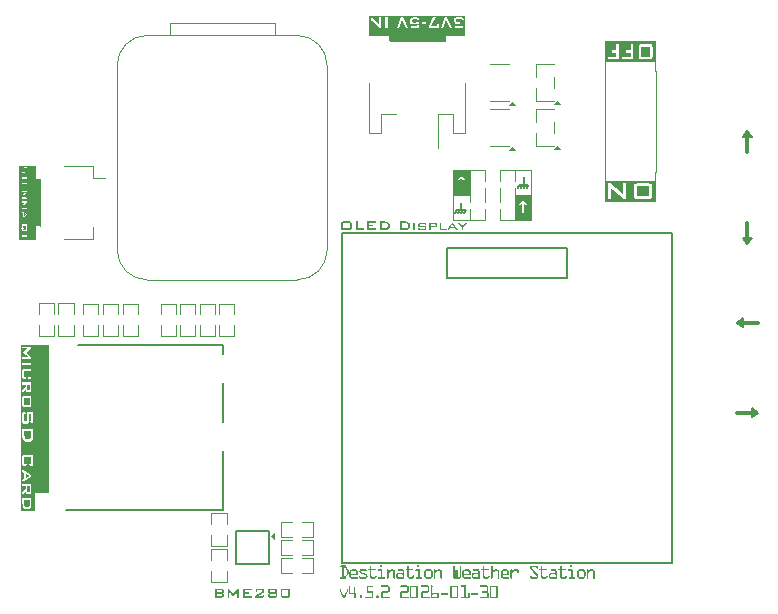
<source format=gbr>
%TF.GenerationSoftware,KiCad,Pcbnew,9.0.6*%
%TF.CreationDate,2026-01-30T18:10:03-05:00*%
%TF.ProjectId,destinationWeatherStation_v4-5,64657374-696e-4617-9469-6f6e57656174,03*%
%TF.SameCoordinates,Original*%
%TF.FileFunction,Legend,Top*%
%TF.FilePolarity,Positive*%
%FSLAX46Y46*%
G04 Gerber Fmt 4.6, Leading zero omitted, Abs format (unit mm)*
G04 Created by KiCad (PCBNEW 9.0.6) date 2026-01-30 18:10:03*
%MOMM*%
%LPD*%
G01*
G04 APERTURE LIST*
%ADD10C,0.150000*%
%ADD11C,0.120000*%
%ADD12C,0.300000*%
%ADD13C,0.250000*%
%ADD14C,0.100000*%
%ADD15C,0.000000*%
%ADD16C,0.200000*%
G04 APERTURE END LIST*
D10*
X156210000Y-86106000D02*
X156083000Y-86360000D01*
D11*
X163200000Y-87503000D02*
X163200000Y-85030000D01*
D10*
X156718000Y-86106000D02*
X155956000Y-86106000D01*
G36*
X143236950Y-72955150D02*
G01*
X151384000Y-72955150D01*
X151384000Y-73533000D01*
X143236950Y-73533000D01*
X143236950Y-72955150D01*
G37*
D12*
X175260000Y-83375500D02*
X175260000Y-81724500D01*
D11*
X150367000Y-89095000D02*
X151755000Y-89095000D01*
D12*
X175260000Y-89344500D02*
X175260000Y-90995500D01*
D11*
X155585000Y-86995000D02*
X156972000Y-86995000D01*
G36*
X144900650Y-73518800D02*
G01*
X149733000Y-73518800D01*
X149733000Y-73976000D01*
X144900650Y-73976000D01*
X144900650Y-73518800D01*
G37*
G36*
X114401600Y-84537550D02*
G01*
X115062000Y-84537550D01*
X115062000Y-90817700D01*
X114401600Y-90817700D01*
X114401600Y-84537550D01*
G37*
D12*
X174382500Y-105410000D02*
X176033500Y-105410000D01*
D11*
X167500000Y-73960000D02*
X167500000Y-76450000D01*
X150367000Y-86995000D02*
X151754000Y-86995000D01*
X163200000Y-73957000D02*
X167500000Y-73957000D01*
X155584000Y-87585000D02*
X155584000Y-88198000D01*
X151755000Y-84895000D02*
X150367000Y-84895000D01*
D10*
X176160500Y-105410000D02*
X175652500Y-105791000D01*
X175652500Y-105029000D01*
X176160500Y-105410000D01*
G36*
X176160500Y-105410000D02*
G01*
X175652500Y-105791000D01*
X175652500Y-105029000D01*
X176160500Y-105410000D01*
G37*
X151066500Y-87630000D02*
X151066500Y-88265000D01*
D11*
X151755000Y-85792000D02*
X151755000Y-86405000D01*
D10*
X156337000Y-85471000D02*
X156337000Y-86106000D01*
X156718000Y-86106000D02*
X156591000Y-86360000D01*
X150685500Y-88265000D02*
X150558500Y-88519000D01*
X151447500Y-88265000D02*
X151320500Y-88519000D01*
D11*
X155584000Y-84895000D02*
X156972000Y-84895000D01*
X150367000Y-84895000D02*
X150367000Y-86995000D01*
D10*
X174867500Y-98171000D02*
X174359500Y-97790000D01*
X174867500Y-97409000D01*
X174867500Y-98171000D01*
G36*
X174867500Y-98171000D02*
G01*
X174359500Y-97790000D01*
X174867500Y-97409000D01*
X174867500Y-98171000D01*
G37*
X175641000Y-82105500D02*
X174879000Y-82105500D01*
X175260000Y-81597500D01*
X175641000Y-82105500D01*
G36*
X175641000Y-82105500D02*
G01*
X174879000Y-82105500D01*
X175260000Y-81597500D01*
X175641000Y-82105500D01*
G37*
G36*
X114947700Y-99688650D02*
G01*
X116109750Y-99688650D01*
X116109750Y-112191800D01*
X114947700Y-112191800D01*
X114947700Y-99688650D01*
G37*
D11*
X156972000Y-84895000D02*
X156972000Y-86995000D01*
D10*
X150939500Y-88265000D02*
X150812500Y-88519000D01*
G36*
X114808000Y-85629750D02*
G01*
X115487450Y-85629750D01*
X115487450Y-89630250D01*
X114808000Y-89630250D01*
X114808000Y-85629750D01*
G37*
D11*
X163200000Y-76450000D02*
X163200000Y-73957000D01*
D10*
X156464000Y-86106000D02*
X156337000Y-86360000D01*
D11*
X156972000Y-86995000D02*
X156972000Y-89095000D01*
D12*
X176137500Y-97790000D02*
X174486500Y-97790000D01*
D11*
X150367000Y-86995000D02*
X150367000Y-89095000D01*
X163270000Y-87500000D02*
X163270000Y-85870000D01*
D10*
X155956000Y-86106000D02*
X155829000Y-86360000D01*
D11*
X167500000Y-87503000D02*
X163204000Y-87503000D01*
X156972000Y-89095000D02*
X155584000Y-89095000D01*
D10*
X151447500Y-88265000D02*
X150685500Y-88265000D01*
X175260000Y-91122500D02*
X174879000Y-90614500D01*
X175641000Y-90614500D01*
X175260000Y-91122500D01*
G36*
X175260000Y-91122500D02*
G01*
X174879000Y-90614500D01*
X175641000Y-90614500D01*
X175260000Y-91122500D01*
G37*
X151193500Y-88265000D02*
X151066500Y-88519000D01*
D11*
X167500000Y-85050000D02*
X167500000Y-87503000D01*
D10*
G36*
X114515363Y-113142931D02*
G01*
X114507962Y-113229863D01*
X114488244Y-113293697D01*
X114458521Y-113339978D01*
X114416398Y-113374338D01*
X114360178Y-113396228D01*
X114285359Y-113404265D01*
X114218735Y-113398610D01*
X114166771Y-113383146D01*
X114126358Y-113359234D01*
X114095291Y-113326950D01*
X114067124Y-113271781D01*
X114046912Y-113185430D01*
X114038914Y-113056078D01*
X114038914Y-112819947D01*
X114515363Y-112819947D01*
X114515363Y-113142931D01*
G37*
G36*
X114520326Y-112078907D02*
G01*
X114516119Y-112122408D01*
X114506445Y-112144434D01*
X114488970Y-112157341D01*
X114459529Y-112162270D01*
X114372677Y-112162270D01*
X114343236Y-112157341D01*
X114325761Y-112144434D01*
X114316087Y-112122408D01*
X114311880Y-112078907D01*
X114311880Y-111660463D01*
X114520326Y-111660463D01*
X114520326Y-112078907D01*
G37*
G36*
X114513967Y-110742848D02*
G01*
X114202693Y-110918260D01*
X114202693Y-110573563D01*
X114513967Y-110742848D01*
G37*
G36*
X114654328Y-107374357D02*
G01*
X114649060Y-107449570D01*
X114634490Y-107510637D01*
X114611915Y-107560132D01*
X114581821Y-107600096D01*
X114543405Y-107632180D01*
X114496399Y-107655896D01*
X114438993Y-107671039D01*
X114368799Y-107676480D01*
X114290080Y-107669788D01*
X114228265Y-107651431D01*
X114179811Y-107622959D01*
X114142207Y-107584432D01*
X114115471Y-107537988D01*
X114093935Y-107473791D01*
X114079203Y-107386990D01*
X114073655Y-107271917D01*
X114073655Y-106995849D01*
X114654328Y-106995849D01*
X114654328Y-107374357D01*
G37*
G36*
X114510400Y-104777770D02*
G01*
X114043877Y-104777770D01*
X114043877Y-104171817D01*
X114510400Y-104171817D01*
X114510400Y-104777770D01*
G37*
G36*
X114520326Y-103450706D02*
G01*
X114516119Y-103494207D01*
X114506445Y-103516233D01*
X114488970Y-103529140D01*
X114459529Y-103534069D01*
X114372677Y-103534069D01*
X114343236Y-103529140D01*
X114325761Y-103516233D01*
X114316087Y-103494207D01*
X114311880Y-103450706D01*
X114311880Y-103032262D01*
X114520326Y-103032262D01*
X114520326Y-103450706D01*
G37*
G36*
X114959218Y-113733738D02*
G01*
X113758839Y-113733738D01*
X113758839Y-113056078D01*
X113899950Y-113056078D01*
X113899950Y-113095162D01*
X113907097Y-113223248D01*
X113926591Y-113325251D01*
X113956111Y-113405813D01*
X113994247Y-113468861D01*
X114045880Y-113521866D01*
X114108555Y-113560074D01*
X114184545Y-113584068D01*
X114277216Y-113592627D01*
X114365209Y-113584648D01*
X114438735Y-113562118D01*
X114500622Y-113526029D01*
X114552819Y-113475841D01*
X114592739Y-113415636D01*
X114622867Y-113341768D01*
X114642338Y-113251433D01*
X114649365Y-113141225D01*
X114649365Y-112635075D01*
X113899950Y-112635075D01*
X113899950Y-113056078D01*
X113758839Y-113056078D01*
X113758839Y-111660463D01*
X113899950Y-111660463D01*
X114182841Y-111660463D01*
X114182841Y-111833238D01*
X113899950Y-112148389D01*
X113899950Y-112411429D01*
X114182841Y-112053782D01*
X114182841Y-112078907D01*
X114182841Y-112157075D01*
X114187398Y-112218441D01*
X114199267Y-112261768D01*
X114216574Y-112291619D01*
X114242086Y-112313764D01*
X114277619Y-112328028D01*
X114326614Y-112333339D01*
X114503809Y-112333339D01*
X114553397Y-112328018D01*
X114589326Y-112313740D01*
X114615089Y-112291619D01*
X114632695Y-112261721D01*
X114644743Y-112218389D01*
X114649365Y-112157075D01*
X114649365Y-111479933D01*
X113899950Y-111479933D01*
X113899950Y-111660463D01*
X113758839Y-111660463D01*
X113758839Y-110400788D01*
X113899950Y-110400788D01*
X114063729Y-110495395D01*
X114063729Y-110918260D01*
X114063729Y-110992860D01*
X113899950Y-111087545D01*
X113899950Y-111293277D01*
X114649365Y-110840092D01*
X114649365Y-110663827D01*
X113899950Y-110217621D01*
X113899950Y-110400788D01*
X113758839Y-110400788D01*
X113758839Y-109184306D01*
X113899950Y-109184306D01*
X113899950Y-109732099D01*
X113906479Y-109820195D01*
X113922852Y-109877166D01*
X113945780Y-109912241D01*
X113980001Y-109936105D01*
X114034667Y-109952899D01*
X114118245Y-109959545D01*
X114227586Y-109959545D01*
X114272176Y-109745980D01*
X114073655Y-109745980D01*
X114073655Y-109170348D01*
X114654328Y-109170348D01*
X114654328Y-109745980D01*
X114480622Y-109745980D01*
X114514510Y-109959545D01*
X114601363Y-109959545D01*
X114683688Y-109952932D01*
X114737889Y-109936167D01*
X114772122Y-109912241D01*
X114795134Y-109877151D01*
X114811558Y-109820178D01*
X114818107Y-109732099D01*
X114818107Y-109184306D01*
X114811534Y-109095569D01*
X114795089Y-109038499D01*
X114772122Y-109003622D01*
X114737934Y-108979952D01*
X114683739Y-108963340D01*
X114601363Y-108956783D01*
X114118245Y-108956783D01*
X114034616Y-108963373D01*
X113979956Y-108980013D01*
X113945780Y-109003622D01*
X113922896Y-109038485D01*
X113906504Y-109095552D01*
X113899950Y-109184306D01*
X113758839Y-109184306D01*
X113758839Y-107271917D01*
X113899950Y-107271917D01*
X113899950Y-107317903D01*
X113904657Y-107450602D01*
X113916855Y-107545814D01*
X113939815Y-107629934D01*
X113971215Y-107694704D01*
X114015375Y-107754074D01*
X114069019Y-107803628D01*
X114133134Y-107844060D01*
X114203507Y-107873127D01*
X114280277Y-107890911D01*
X114364689Y-107897024D01*
X114451838Y-107890986D01*
X114527277Y-107873810D01*
X114592852Y-107846412D01*
X114650051Y-107809020D01*
X114699925Y-107761162D01*
X114749041Y-107690682D01*
X114785878Y-107604677D01*
X114809577Y-107499974D01*
X114818107Y-107372651D01*
X114818107Y-106782285D01*
X113899950Y-106782285D01*
X113899950Y-107271917D01*
X113758839Y-107271917D01*
X113758839Y-105543935D01*
X113899950Y-105543935D01*
X113899950Y-106110804D01*
X113906555Y-106200113D01*
X113923083Y-106257583D01*
X113946168Y-106292730D01*
X113980647Y-106316644D01*
X114035245Y-106333416D01*
X114118167Y-106340034D01*
X114243561Y-106340034D01*
X114326048Y-106333421D01*
X114380378Y-106316654D01*
X114414707Y-106292730D01*
X114437708Y-106257598D01*
X114454184Y-106200131D01*
X114460770Y-106110804D01*
X114460770Y-105538662D01*
X114659291Y-105538662D01*
X114659291Y-106139497D01*
X114555067Y-106139497D01*
X114599347Y-106327859D01*
X114618501Y-106327859D01*
X114691513Y-106321230D01*
X114741271Y-106304070D01*
X114774216Y-106278771D01*
X114796266Y-106242925D01*
X114811915Y-106186245D01*
X114818107Y-106100413D01*
X114818107Y-105579529D01*
X114811572Y-105490758D01*
X114795231Y-105433693D01*
X114772432Y-105398844D01*
X114738445Y-105375160D01*
X114684614Y-105358556D01*
X114602836Y-105352006D01*
X114500397Y-105352006D01*
X114417423Y-105358567D01*
X114362832Y-105375187D01*
X114328397Y-105398844D01*
X114305261Y-105433752D01*
X114288714Y-105490826D01*
X114282102Y-105579529D01*
X114282102Y-106151594D01*
X114073655Y-106151594D01*
X114073655Y-105503068D01*
X114182841Y-105503068D01*
X114143525Y-105314706D01*
X114118167Y-105314706D01*
X114035245Y-105321323D01*
X113980647Y-105338096D01*
X113946168Y-105362010D01*
X113923083Y-105397157D01*
X113906555Y-105454626D01*
X113899950Y-105543935D01*
X113758839Y-105543935D01*
X113758839Y-104183991D01*
X113899950Y-104183991D01*
X113899950Y-104765595D01*
X113900805Y-104777770D01*
X113905306Y-104841863D01*
X113918664Y-104890783D01*
X113937172Y-104920534D01*
X113965207Y-104941008D01*
X114009726Y-104955301D01*
X114077532Y-104960936D01*
X114471627Y-104960936D01*
X114539365Y-104955410D01*
X114583869Y-104941403D01*
X114611909Y-104921387D01*
X114630459Y-104892088D01*
X114643931Y-104843053D01*
X114649365Y-104765595D01*
X114649365Y-104183991D01*
X114643956Y-104107142D01*
X114630502Y-104058146D01*
X114611909Y-104028587D01*
X114583832Y-104008357D01*
X114539322Y-103994222D01*
X114471627Y-103988650D01*
X114077532Y-103988650D01*
X114009674Y-103994230D01*
X113965162Y-104008371D01*
X113937172Y-104028587D01*
X113918704Y-104058124D01*
X113905329Y-104107116D01*
X113899950Y-104183991D01*
X113758839Y-104183991D01*
X113758839Y-103032262D01*
X113899950Y-103032262D01*
X114182841Y-103032262D01*
X114182841Y-103205037D01*
X113899950Y-103520188D01*
X113899950Y-103783228D01*
X114182841Y-103425581D01*
X114182841Y-103450706D01*
X114182841Y-103528874D01*
X114187398Y-103590240D01*
X114199267Y-103633567D01*
X114216574Y-103663418D01*
X114242086Y-103685563D01*
X114277619Y-103699827D01*
X114326614Y-103705138D01*
X114503809Y-103705138D01*
X114553397Y-103699817D01*
X114589326Y-103685539D01*
X114615089Y-103663418D01*
X114632695Y-103633520D01*
X114644743Y-103590188D01*
X114649365Y-103528874D01*
X114649365Y-102851732D01*
X113899950Y-102851732D01*
X113899950Y-103032262D01*
X113758839Y-103032262D01*
X113758839Y-101884875D01*
X113899950Y-101884875D01*
X113899950Y-102354500D01*
X113905366Y-102431314D01*
X113918884Y-102480669D01*
X113937637Y-102510758D01*
X113965929Y-102531536D01*
X114010376Y-102545961D01*
X114077532Y-102551625D01*
X114165548Y-102551625D01*
X114202693Y-102366675D01*
X114043877Y-102366675D01*
X114043877Y-101872700D01*
X114510400Y-101872700D01*
X114510400Y-102366675D01*
X114371436Y-102366675D01*
X114398345Y-102551625D01*
X114471317Y-102551625D01*
X114539069Y-102545998D01*
X114583661Y-102531709D01*
X114611832Y-102511223D01*
X114630457Y-102481408D01*
X114643942Y-102431993D01*
X114649365Y-102354500D01*
X114649365Y-101884875D01*
X114643971Y-101808641D01*
X114630510Y-101759685D01*
X114611832Y-101729858D01*
X114583668Y-101709415D01*
X114539077Y-101695152D01*
X114471317Y-101689534D01*
X114077532Y-101689534D01*
X114009769Y-101695214D01*
X113965244Y-101709634D01*
X113937172Y-101730324D01*
X113918621Y-101760336D01*
X113905282Y-101809213D01*
X113899950Y-101884875D01*
X113758839Y-101884875D01*
X113758839Y-101372676D01*
X113899950Y-101372676D01*
X114649365Y-101372676D01*
X114649365Y-101190363D01*
X113899950Y-101190363D01*
X113899950Y-101372676D01*
X113758839Y-101372676D01*
X113758839Y-99973494D01*
X113899950Y-99973494D01*
X114403618Y-99973494D01*
X113989982Y-100313771D01*
X113989982Y-100349365D01*
X114415715Y-100685376D01*
X113899950Y-100685376D01*
X113899950Y-100855515D01*
X114649365Y-100855515D01*
X114649365Y-100707943D01*
X114204555Y-100341610D01*
X114649365Y-99973494D01*
X114649365Y-99826775D01*
X113899950Y-99826775D01*
X113899950Y-99973494D01*
X113758839Y-99973494D01*
X113758839Y-99685664D01*
X114959218Y-99685664D01*
X114959218Y-113733738D01*
G37*
G36*
X141251053Y-118339256D02*
G01*
X141261943Y-118343818D01*
X141294855Y-118367631D01*
X141315444Y-118386457D01*
X141329232Y-118406100D01*
X141528046Y-118802139D01*
X141551606Y-118860934D01*
X141558821Y-118912720D01*
X141553203Y-118955402D01*
X141535007Y-118999488D01*
X141333445Y-119366157D01*
X141315262Y-119396101D01*
X141296992Y-119417937D01*
X141276230Y-119435107D01*
X141254311Y-119446635D01*
X141207416Y-119457809D01*
X141164002Y-119462023D01*
X141106605Y-119465503D01*
X141032416Y-119466907D01*
X140934414Y-119466907D01*
X140861629Y-119466907D01*
X140843217Y-119461856D01*
X140828718Y-119445903D01*
X140819898Y-119423546D01*
X140816811Y-119396810D01*
X140819251Y-119372951D01*
X140825909Y-119354800D01*
X140837378Y-119342101D01*
X140853203Y-119337947D01*
X140959571Y-119337947D01*
X140959571Y-119336543D01*
X141103796Y-119336543D01*
X141133166Y-119337947D01*
X141175863Y-119332842D01*
X141211568Y-119318225D01*
X141308899Y-119146583D01*
X141354645Y-119051247D01*
X141387973Y-118957966D01*
X141407573Y-118886220D01*
X141383759Y-118810199D01*
X141348191Y-118723944D01*
X141301144Y-118635688D01*
X141200394Y-118476625D01*
X141159447Y-118465762D01*
X141127610Y-118462581D01*
X141103796Y-118462581D01*
X141103796Y-119336543D01*
X140959571Y-119336543D01*
X140959571Y-118462581D01*
X140841968Y-118462581D01*
X140825707Y-118459116D01*
X140813941Y-118449025D01*
X140806737Y-118434138D01*
X140804171Y-118415015D01*
X140808008Y-118387509D01*
X140819558Y-118362014D01*
X140837154Y-118343122D01*
X140855951Y-118337528D01*
X141235382Y-118337528D01*
X141251053Y-118339256D01*
G37*
G36*
X142116061Y-118682338D02*
G01*
X142158803Y-118699252D01*
X142213337Y-118745242D01*
X142266575Y-118797621D01*
X142283367Y-118846164D01*
X142296006Y-118897455D01*
X142296006Y-119122403D01*
X142261019Y-119154765D01*
X142244450Y-119163122D01*
X142224627Y-119166000D01*
X141733210Y-119166000D01*
X141733210Y-119250203D01*
X141751761Y-119277855D01*
X141777296Y-119301616D01*
X141807381Y-119319499D01*
X141839639Y-119330131D01*
X142252592Y-119330131D01*
X142279002Y-119346617D01*
X142293765Y-119367541D01*
X142298815Y-119394306D01*
X142294147Y-119421813D01*
X142280202Y-119445640D01*
X142255401Y-119466907D01*
X141779372Y-119466907D01*
X141729748Y-119447393D01*
X141684930Y-119418772D01*
X141644244Y-119380323D01*
X141612220Y-119335101D01*
X141593726Y-119288311D01*
X141587580Y-119238724D01*
X141587580Y-118882312D01*
X141733210Y-118882312D01*
X141733210Y-119033132D01*
X142146225Y-119033132D01*
X142146225Y-118873825D01*
X142108103Y-118838243D01*
X142064866Y-118817473D01*
X142014639Y-118810383D01*
X141828404Y-118810383D01*
X141799033Y-118820946D01*
X141771006Y-118832914D01*
X141747926Y-118859048D01*
X141733210Y-118882312D01*
X141587580Y-118882312D01*
X141587580Y-118872542D01*
X141602277Y-118828886D01*
X141626229Y-118788727D01*
X141660364Y-118751398D01*
X141721953Y-118705130D01*
X141793416Y-118669699D01*
X142074784Y-118669699D01*
X142116061Y-118682338D01*
G37*
G36*
X143110373Y-119169542D02*
G01*
X143117395Y-119239273D01*
X143110856Y-119300580D01*
X143092177Y-119352357D01*
X143061592Y-119395927D01*
X143020797Y-119427767D01*
X142974895Y-119451366D01*
X142935373Y-119466907D01*
X142554599Y-119466907D01*
X142511798Y-119452535D01*
X142478334Y-119437415D01*
X142448242Y-119417816D01*
X142418800Y-119390520D01*
X142408374Y-119364827D01*
X142404817Y-119335749D01*
X142409737Y-119305103D01*
X142423684Y-119281771D01*
X142446024Y-119267132D01*
X142479005Y-119263697D01*
X142501952Y-119269903D01*
X142537807Y-119294472D01*
X142585434Y-119330131D01*
X142927008Y-119330131D01*
X142950322Y-119313047D01*
X142970422Y-119290564D01*
X142980192Y-119262049D01*
X142984405Y-119242265D01*
X142972579Y-119213400D01*
X142953750Y-119188709D01*
X142927008Y-119167588D01*
X142484623Y-118970178D01*
X142457792Y-118943925D01*
X142439804Y-118913758D01*
X142429395Y-118879809D01*
X142425822Y-118841951D01*
X142430497Y-118797841D01*
X142444350Y-118757038D01*
X142467770Y-118718608D01*
X142498954Y-118687106D01*
X142534914Y-118667211D01*
X142577008Y-118657975D01*
X142976040Y-118657975D01*
X143020960Y-118674826D01*
X143059265Y-118699680D01*
X143078959Y-118721148D01*
X143089185Y-118744814D01*
X143090834Y-118771914D01*
X143078707Y-118801802D01*
X143059826Y-118825240D01*
X143033437Y-118843233D01*
X142998388Y-118843233D01*
X142913025Y-118783027D01*
X142609187Y-118783027D01*
X142579817Y-118795423D01*
X142569253Y-118821496D01*
X142568581Y-118849034D01*
X142584702Y-118875107D01*
X142599417Y-118884755D01*
X143016584Y-119050046D01*
X143054783Y-119086527D01*
X143085875Y-119126259D01*
X143110373Y-119169542D01*
G37*
G36*
X143888287Y-119227549D02*
G01*
X143886150Y-119283847D01*
X143882669Y-119330131D01*
X143865342Y-119357990D01*
X143842796Y-119386429D01*
X143790284Y-119438392D01*
X143710478Y-119466907D01*
X143497681Y-119466907D01*
X143459285Y-119456520D01*
X143424268Y-119438675D01*
X143391985Y-119412869D01*
X143350913Y-119364670D01*
X143317064Y-119306073D01*
X143317064Y-118775212D01*
X143191095Y-118775212D01*
X143173373Y-118745158D01*
X143167282Y-118708167D01*
X143170648Y-118681194D01*
X143180375Y-118658275D01*
X143196652Y-118638436D01*
X143319872Y-118638436D01*
X143319872Y-118436080D01*
X143329814Y-118422083D01*
X143342953Y-118410435D01*
X143358326Y-118402604D01*
X143374461Y-118400055D01*
X143415066Y-118402802D01*
X143437547Y-118419469D01*
X143451458Y-118436080D01*
X143451458Y-118638436D01*
X143760914Y-118638436D01*
X143786071Y-118648022D01*
X143809885Y-118671286D01*
X143814098Y-118705480D01*
X143811464Y-118729973D01*
X143804267Y-118748528D01*
X143791558Y-118763288D01*
X143770684Y-118775212D01*
X143451458Y-118775212D01*
X143451458Y-119255149D01*
X143463574Y-119281718D01*
X143483637Y-119305158D01*
X143501162Y-119314500D01*
X143527051Y-119322316D01*
X143707669Y-119322316D01*
X143731386Y-119301706D01*
X143761586Y-119258568D01*
X143801458Y-119197813D01*
X143826676Y-119193355D01*
X143849279Y-119197011D01*
X143869538Y-119208011D01*
X143888287Y-119227549D01*
G37*
G36*
X144346608Y-118485845D02*
G01*
X144330488Y-118499095D01*
X144314429Y-118509475D01*
X144185652Y-118509475D01*
X144166724Y-118499095D01*
X144147856Y-118483097D01*
X144147856Y-118327576D01*
X144168567Y-118308672D01*
X144188461Y-118298450D01*
X144311621Y-118298450D01*
X144330488Y-118314448D01*
X144346608Y-118330384D01*
X144346608Y-118485845D01*
G37*
G36*
X144601415Y-119374767D02*
G01*
X144602819Y-119391558D01*
X144597377Y-119423888D01*
X144581891Y-119448356D01*
X144555192Y-119466907D01*
X144062432Y-119466907D01*
X144039374Y-119450097D01*
X144026300Y-119429575D01*
X144021826Y-119404076D01*
X144026231Y-119376336D01*
X144039353Y-119352042D01*
X144062432Y-119330131D01*
X144224853Y-119330131D01*
X144224853Y-118810383D01*
X144049853Y-118810383D01*
X144028787Y-118796949D01*
X144005035Y-118775028D01*
X144002226Y-118745353D01*
X144008515Y-118707190D01*
X144016553Y-118690330D01*
X144027444Y-118677515D01*
X144339586Y-118677515D01*
X144364804Y-118692352D01*
X144383001Y-118708533D01*
X144383001Y-119330131D01*
X144552444Y-119330131D01*
X144579754Y-119347289D01*
X144601415Y-119374767D01*
G37*
G36*
X145456326Y-119419158D02*
G01*
X145442807Y-119447995D01*
X145418529Y-119470937D01*
X145389098Y-119473746D01*
X145358323Y-119470937D01*
X145326083Y-119442239D01*
X145314109Y-119426117D01*
X145309292Y-119407862D01*
X145309292Y-118851599D01*
X145260321Y-118816550D01*
X145214770Y-118806780D01*
X145169279Y-118802567D01*
X145133559Y-118815267D01*
X145100708Y-118830716D01*
X144896338Y-118962973D01*
X144896338Y-119421661D01*
X144883698Y-119440712D01*
X144861350Y-119462511D01*
X144838985Y-119471111D01*
X144819340Y-119473746D01*
X144800933Y-119471166D01*
X144778735Y-119462511D01*
X144761943Y-119433751D01*
X144756326Y-119416166D01*
X144756326Y-118738026D01*
X144758648Y-118721315D01*
X144767500Y-118694489D01*
X144793164Y-118673377D01*
X144824958Y-118666401D01*
X144847716Y-118670322D01*
X144869715Y-118682521D01*
X144886825Y-118701144D01*
X144896338Y-118725203D01*
X144896338Y-118795178D01*
X144991532Y-118741872D01*
X145090938Y-118680140D01*
X145130811Y-118668905D01*
X145174958Y-118661883D01*
X145239949Y-118667185D01*
X145300516Y-118682808D01*
X145357591Y-118708778D01*
X145395764Y-118735543D01*
X145424279Y-118766802D01*
X145444343Y-118803026D01*
X145456326Y-118845248D01*
X145456326Y-119419158D01*
G37*
G36*
X146114088Y-118678429D02*
G01*
X146148389Y-118701094D01*
X146177819Y-118730149D01*
X146212065Y-118782962D01*
X146235216Y-118847630D01*
X146235216Y-119409205D01*
X146235114Y-119429448D01*
X146225385Y-119455672D01*
X146208594Y-119462694D01*
X146191802Y-119466907D01*
X146177819Y-119465930D01*
X146163935Y-119463724D01*
X146140023Y-119455001D01*
X146099417Y-119404381D01*
X146068768Y-119436078D01*
X146036803Y-119456364D01*
X146002819Y-119466907D01*
X145697638Y-119466907D01*
X145656760Y-119455200D01*
X145620622Y-119435515D01*
X145588400Y-119407373D01*
X145562594Y-119373206D01*
X145544965Y-119335245D01*
X145535216Y-119292640D01*
X145535216Y-119163252D01*
X145669611Y-119163252D01*
X145669611Y-119256431D01*
X145673616Y-119280117D01*
X145684998Y-119297952D01*
X145702557Y-119311547D01*
X145727008Y-119322316D01*
X146050446Y-119322316D01*
X146074010Y-119311482D01*
X146092950Y-119294190D01*
X146107844Y-119269315D01*
X146107844Y-119171862D01*
X146100497Y-119147751D01*
X146091052Y-119130280D01*
X146076479Y-119118651D01*
X146054660Y-119107382D01*
X145735434Y-119107382D01*
X145704713Y-119120574D01*
X145683374Y-119139061D01*
X145669611Y-119163252D01*
X145535216Y-119163252D01*
X145535216Y-119148109D01*
X145541505Y-119100665D01*
X145560434Y-119048947D01*
X145602444Y-119007853D01*
X145622265Y-118993924D01*
X145647202Y-118982330D01*
X146091052Y-118982330D01*
X146091052Y-118861368D01*
X146077664Y-118839417D01*
X146060277Y-118821984D01*
X146039491Y-118810305D01*
X146016863Y-118806475D01*
X145727008Y-118806475D01*
X145704774Y-118794506D01*
X145688540Y-118775578D01*
X145678572Y-118752128D01*
X145675228Y-118726485D01*
X145680846Y-118691375D01*
X145703646Y-118673436D01*
X145729817Y-118661883D01*
X146074199Y-118661883D01*
X146114088Y-118678429D01*
G37*
G36*
X147052697Y-119227549D02*
G01*
X147050560Y-119283847D01*
X147047079Y-119330131D01*
X147029753Y-119357990D01*
X147007207Y-119386429D01*
X146954695Y-119438392D01*
X146874888Y-119466907D01*
X146662092Y-119466907D01*
X146623695Y-119456520D01*
X146588678Y-119438675D01*
X146556396Y-119412869D01*
X146515323Y-119364670D01*
X146481474Y-119306073D01*
X146481474Y-118775212D01*
X146355506Y-118775212D01*
X146337783Y-118745158D01*
X146331692Y-118708167D01*
X146335059Y-118681194D01*
X146344786Y-118658275D01*
X146361062Y-118638436D01*
X146484283Y-118638436D01*
X146484283Y-118436080D01*
X146494225Y-118422083D01*
X146507364Y-118410435D01*
X146522736Y-118402604D01*
X146538871Y-118400055D01*
X146579476Y-118402802D01*
X146601957Y-118419469D01*
X146615869Y-118436080D01*
X146615869Y-118638436D01*
X146925324Y-118638436D01*
X146950481Y-118648022D01*
X146974295Y-118671286D01*
X146978508Y-118705480D01*
X146975874Y-118729973D01*
X146968677Y-118748528D01*
X146955968Y-118763288D01*
X146935094Y-118775212D01*
X146615869Y-118775212D01*
X146615869Y-119255149D01*
X146627985Y-119281718D01*
X146648048Y-119305158D01*
X146665572Y-119314500D01*
X146691462Y-119322316D01*
X146872079Y-119322316D01*
X146895796Y-119301706D01*
X146925996Y-119258568D01*
X146965869Y-119197813D01*
X146991087Y-119193355D01*
X147013689Y-119197011D01*
X147033948Y-119208011D01*
X147052697Y-119227549D01*
G37*
G36*
X147511019Y-118485845D02*
G01*
X147494899Y-118499095D01*
X147478840Y-118509475D01*
X147350063Y-118509475D01*
X147331134Y-118499095D01*
X147312266Y-118483097D01*
X147312266Y-118327576D01*
X147332978Y-118308672D01*
X147352871Y-118298450D01*
X147476031Y-118298450D01*
X147494899Y-118314448D01*
X147511019Y-118330384D01*
X147511019Y-118485845D01*
G37*
G36*
X147765825Y-119374767D02*
G01*
X147767229Y-119391558D01*
X147761787Y-119423888D01*
X147746301Y-119448356D01*
X147719602Y-119466907D01*
X147226842Y-119466907D01*
X147203784Y-119450097D01*
X147190710Y-119429575D01*
X147186237Y-119404076D01*
X147190642Y-119376336D01*
X147203763Y-119352042D01*
X147226842Y-119330131D01*
X147389264Y-119330131D01*
X147389264Y-118810383D01*
X147214264Y-118810383D01*
X147193198Y-118796949D01*
X147169445Y-118775028D01*
X147166636Y-118745353D01*
X147172926Y-118707190D01*
X147180963Y-118690330D01*
X147191854Y-118677515D01*
X147503997Y-118677515D01*
X147529215Y-118692352D01*
X147547411Y-118708533D01*
X147547411Y-119330131D01*
X147716854Y-119330131D01*
X147744164Y-119347289D01*
X147765825Y-119374767D01*
G37*
G36*
X148423998Y-118660418D02*
G01*
X148490494Y-118678003D01*
X148574513Y-118738453D01*
X148626293Y-118810138D01*
X148654319Y-118933908D01*
X148654319Y-119222237D01*
X148637204Y-119275980D01*
X148609735Y-119326118D01*
X148571033Y-119373362D01*
X148524908Y-119413678D01*
X148474475Y-119444682D01*
X148419114Y-119466907D01*
X148167116Y-119466907D01*
X148095736Y-119447124D01*
X148041125Y-119407495D01*
X147995596Y-119359685D01*
X147960535Y-119304098D01*
X147937528Y-119241105D01*
X147937528Y-118903989D01*
X148074731Y-118903989D01*
X148077540Y-119074714D01*
X148083158Y-119227122D01*
X148123763Y-119290320D01*
X148197952Y-119318408D01*
X148419175Y-119318408D01*
X148450180Y-119300910D01*
X148475839Y-119276764D01*
X148496021Y-119246815D01*
X148511560Y-119209659D01*
X148505942Y-118893303D01*
X148451354Y-118838226D01*
X148401650Y-118814901D01*
X148333751Y-118798659D01*
X148161560Y-118812703D01*
X148134055Y-118825933D01*
X148109719Y-118846408D01*
X148089969Y-118872409D01*
X148074731Y-118903989D01*
X147937528Y-118903989D01*
X147937528Y-118854468D01*
X147963410Y-118804828D01*
X147995596Y-118761351D01*
X148034305Y-118721692D01*
X148083096Y-118680873D01*
X148144707Y-118654067D01*
X148255288Y-118654067D01*
X148367334Y-118654067D01*
X148423998Y-118660418D01*
G37*
G36*
X149429668Y-119419158D02*
G01*
X149416150Y-119447995D01*
X149391872Y-119470937D01*
X149362441Y-119473746D01*
X149331666Y-119470937D01*
X149299426Y-119442239D01*
X149287452Y-119426117D01*
X149282634Y-119407862D01*
X149282634Y-118851599D01*
X149233663Y-118816550D01*
X149188112Y-118806780D01*
X149142622Y-118802567D01*
X149106901Y-118815267D01*
X149074051Y-118830716D01*
X148869681Y-118962973D01*
X148869681Y-119421661D01*
X148857041Y-119440712D01*
X148834693Y-119462511D01*
X148812327Y-119471111D01*
X148792683Y-119473746D01*
X148774276Y-119471166D01*
X148752078Y-119462511D01*
X148735286Y-119433751D01*
X148729668Y-119416166D01*
X148729668Y-118738026D01*
X148731990Y-118721315D01*
X148740842Y-118694489D01*
X148766506Y-118673377D01*
X148798301Y-118666401D01*
X148821059Y-118670322D01*
X148843058Y-118682521D01*
X148860168Y-118701144D01*
X148869681Y-118725203D01*
X148869681Y-118795178D01*
X148964874Y-118741872D01*
X149064281Y-118680140D01*
X149104154Y-118668905D01*
X149148301Y-118661883D01*
X149213292Y-118667185D01*
X149273858Y-118682808D01*
X149330933Y-118708778D01*
X149369106Y-118735543D01*
X149397622Y-118766802D01*
X149417685Y-118803026D01*
X149429668Y-118845248D01*
X149429668Y-119419158D01*
G37*
G36*
X150457198Y-119466907D02*
G01*
X150416999Y-119435322D01*
X150385146Y-119393146D01*
X150362951Y-119344235D01*
X150350830Y-119291297D01*
X150350830Y-118402009D01*
X150356555Y-118387387D01*
X150369698Y-118371845D01*
X150388608Y-118361150D01*
X150417997Y-118357068D01*
X150446895Y-118361127D01*
X150468187Y-118372332D01*
X150483821Y-118390712D01*
X150483821Y-119224130D01*
X150489969Y-119258814D01*
X150508978Y-119291480D01*
X150527452Y-119309018D01*
X150547290Y-119318992D01*
X150569244Y-119322316D01*
X150607713Y-119311813D01*
X150622941Y-119301135D01*
X150633474Y-119279518D01*
X150637816Y-119240800D01*
X150637816Y-118763122D01*
X150642316Y-118747139D01*
X150656683Y-118734362D01*
X150677118Y-118726616D01*
X150703639Y-118723799D01*
X150729188Y-118726842D01*
X150751877Y-118735766D01*
X150768634Y-118749908D01*
X150773615Y-118765930D01*
X150773615Y-119232373D01*
X150778727Y-119251566D01*
X150797367Y-119275971D01*
X150847803Y-119322316D01*
X150877772Y-119319264D01*
X150902392Y-119304791D01*
X150919383Y-119282433D01*
X150924801Y-119257713D01*
X150924801Y-118392178D01*
X150943686Y-118372269D01*
X150964842Y-118360901D01*
X150989220Y-118357068D01*
X151019857Y-118362477D01*
X151044551Y-118378309D01*
X151064813Y-118406283D01*
X151064813Y-119310775D01*
X151045779Y-119363176D01*
X151018281Y-119405766D01*
X150982096Y-119440102D01*
X150936036Y-119466907D01*
X150801580Y-119466907D01*
X150779289Y-119458243D01*
X150752610Y-119441811D01*
X150712004Y-119412197D01*
X150671399Y-119444010D01*
X150637816Y-119466907D01*
X150457198Y-119466907D01*
G37*
G36*
X151673772Y-118682338D02*
G01*
X151716514Y-118699252D01*
X151771048Y-118745242D01*
X151824286Y-118797621D01*
X151841078Y-118846164D01*
X151853718Y-118897455D01*
X151853718Y-119122403D01*
X151818730Y-119154765D01*
X151802161Y-119163122D01*
X151782338Y-119166000D01*
X151290921Y-119166000D01*
X151290921Y-119250203D01*
X151309472Y-119277855D01*
X151335007Y-119301616D01*
X151365092Y-119319499D01*
X151397350Y-119330131D01*
X151810303Y-119330131D01*
X151836713Y-119346617D01*
X151851476Y-119367541D01*
X151856526Y-119394306D01*
X151851858Y-119421813D01*
X151837913Y-119445640D01*
X151813112Y-119466907D01*
X151337083Y-119466907D01*
X151287459Y-119447393D01*
X151242641Y-119418772D01*
X151201956Y-119380323D01*
X151169931Y-119335101D01*
X151151437Y-119288311D01*
X151145291Y-119238724D01*
X151145291Y-118882312D01*
X151290921Y-118882312D01*
X151290921Y-119033132D01*
X151703936Y-119033132D01*
X151703936Y-118873825D01*
X151665815Y-118838243D01*
X151622577Y-118817473D01*
X151572350Y-118810383D01*
X151386115Y-118810383D01*
X151356744Y-118820946D01*
X151328718Y-118832914D01*
X151305637Y-118859048D01*
X151290921Y-118882312D01*
X151145291Y-118882312D01*
X151145291Y-118872542D01*
X151159988Y-118828886D01*
X151183940Y-118788727D01*
X151218076Y-118751398D01*
X151279664Y-118705130D01*
X151351127Y-118669699D01*
X151632495Y-118669699D01*
X151673772Y-118682338D01*
G37*
G36*
X152516181Y-118678429D02*
G01*
X152550482Y-118701094D01*
X152579913Y-118730149D01*
X152614158Y-118782962D01*
X152637310Y-118847630D01*
X152637310Y-119409205D01*
X152637208Y-119429448D01*
X152627479Y-119455672D01*
X152610687Y-119462694D01*
X152593896Y-119466907D01*
X152579913Y-119465930D01*
X152566028Y-119463724D01*
X152542116Y-119455001D01*
X152501511Y-119404381D01*
X152470862Y-119436078D01*
X152438896Y-119456364D01*
X152404913Y-119466907D01*
X152099731Y-119466907D01*
X152058854Y-119455200D01*
X152022715Y-119435515D01*
X151990494Y-119407373D01*
X151964688Y-119373206D01*
X151947058Y-119335245D01*
X151937310Y-119292640D01*
X151937310Y-119163252D01*
X152071704Y-119163252D01*
X152071704Y-119256431D01*
X152075709Y-119280117D01*
X152087092Y-119297952D01*
X152104650Y-119311547D01*
X152129101Y-119322316D01*
X152452540Y-119322316D01*
X152476103Y-119311482D01*
X152495043Y-119294190D01*
X152509937Y-119269315D01*
X152509937Y-119171862D01*
X152502591Y-119147751D01*
X152493145Y-119130280D01*
X152478573Y-119118651D01*
X152456753Y-119107382D01*
X152137528Y-119107382D01*
X152106806Y-119120574D01*
X152085468Y-119139061D01*
X152071704Y-119163252D01*
X151937310Y-119163252D01*
X151937310Y-119148109D01*
X151943599Y-119100665D01*
X151962528Y-119048947D01*
X152004538Y-119007853D01*
X152024358Y-118993924D01*
X152049295Y-118982330D01*
X152493145Y-118982330D01*
X152493145Y-118861368D01*
X152479757Y-118839417D01*
X152462371Y-118821984D01*
X152441584Y-118810305D01*
X152418957Y-118806475D01*
X152129101Y-118806475D01*
X152106867Y-118794506D01*
X152090633Y-118775578D01*
X152080665Y-118752128D01*
X152077322Y-118726485D01*
X152082939Y-118691375D01*
X152105740Y-118673436D01*
X152131910Y-118661883D01*
X152476293Y-118661883D01*
X152516181Y-118678429D01*
G37*
G36*
X153454790Y-119227549D02*
G01*
X153452653Y-119283847D01*
X153449173Y-119330131D01*
X153431846Y-119357990D01*
X153409300Y-119386429D01*
X153356788Y-119438392D01*
X153276982Y-119466907D01*
X153064185Y-119466907D01*
X153025789Y-119456520D01*
X152990772Y-119438675D01*
X152958489Y-119412869D01*
X152917416Y-119364670D01*
X152883568Y-119306073D01*
X152883568Y-118775212D01*
X152757599Y-118775212D01*
X152739877Y-118745158D01*
X152733786Y-118708167D01*
X152737152Y-118681194D01*
X152746879Y-118658275D01*
X152763156Y-118638436D01*
X152886376Y-118638436D01*
X152886376Y-118436080D01*
X152896318Y-118422083D01*
X152909457Y-118410435D01*
X152924830Y-118402604D01*
X152940965Y-118400055D01*
X152981570Y-118402802D01*
X153004051Y-118419469D01*
X153017962Y-118436080D01*
X153017962Y-118638436D01*
X153327418Y-118638436D01*
X153352575Y-118648022D01*
X153376389Y-118671286D01*
X153380602Y-118705480D01*
X153377968Y-118729973D01*
X153370771Y-118748528D01*
X153358061Y-118763288D01*
X153337188Y-118775212D01*
X153017962Y-118775212D01*
X153017962Y-119255149D01*
X153030078Y-119281718D01*
X153050141Y-119305158D01*
X153067666Y-119314500D01*
X153093555Y-119322316D01*
X153274173Y-119322316D01*
X153297889Y-119301706D01*
X153328090Y-119258568D01*
X153367962Y-119197813D01*
X153393180Y-119193355D01*
X153415782Y-119197011D01*
X153436041Y-119208011D01*
X153454790Y-119227549D01*
G37*
G36*
X154279904Y-119435034D02*
G01*
X154250465Y-119454220D01*
X154221102Y-119460191D01*
X154193334Y-119455203D01*
X154167919Y-119439919D01*
X154148858Y-119416623D01*
X154138548Y-119386124D01*
X154138548Y-118856239D01*
X154113576Y-118828088D01*
X154085303Y-118809467D01*
X154053206Y-118798523D01*
X154016732Y-118794751D01*
X153970570Y-118798964D01*
X153714360Y-118938366D01*
X153714360Y-119398580D01*
X153704729Y-119426595D01*
X153687737Y-119448101D01*
X153664772Y-119462157D01*
X153637362Y-119466907D01*
X153619573Y-119464833D01*
X153602313Y-119458542D01*
X153583364Y-119432248D01*
X153568730Y-119404015D01*
X153568730Y-118445362D01*
X153567868Y-118426180D01*
X153574347Y-118399261D01*
X153584646Y-118389292D01*
X153601580Y-118379721D01*
X153620114Y-118373582D01*
X153634553Y-118372699D01*
X153666160Y-118382659D01*
X153690430Y-118400565D01*
X153708742Y-118427288D01*
X153708742Y-118795178D01*
X153852235Y-118721722D01*
X154006901Y-118657975D01*
X154061490Y-118657975D01*
X154087203Y-118666379D01*
X154113330Y-118666340D01*
X154179093Y-118695711D01*
X154211012Y-118723244D01*
X154235757Y-118754451D01*
X154256736Y-118790418D01*
X154279904Y-118838287D01*
X154279904Y-119435034D01*
G37*
G36*
X154933925Y-118682338D02*
G01*
X154976668Y-118699252D01*
X155031201Y-118745242D01*
X155084440Y-118797621D01*
X155101232Y-118846164D01*
X155113871Y-118897455D01*
X155113871Y-119122403D01*
X155078883Y-119154765D01*
X155062315Y-119163122D01*
X155042491Y-119166000D01*
X154551075Y-119166000D01*
X154551075Y-119250203D01*
X154569625Y-119277855D01*
X154595160Y-119301616D01*
X154625246Y-119319499D01*
X154657503Y-119330131D01*
X155070457Y-119330131D01*
X155096867Y-119346617D01*
X155111630Y-119367541D01*
X155116680Y-119394306D01*
X155112012Y-119421813D01*
X155098067Y-119445640D01*
X155073266Y-119466907D01*
X154597236Y-119466907D01*
X154547613Y-119447393D01*
X154502795Y-119418772D01*
X154462109Y-119380323D01*
X154430085Y-119335101D01*
X154411591Y-119288311D01*
X154405445Y-119238724D01*
X154405445Y-118882312D01*
X154551075Y-118882312D01*
X154551075Y-119033132D01*
X154964089Y-119033132D01*
X154964089Y-118873825D01*
X154925968Y-118838243D01*
X154882730Y-118817473D01*
X154832503Y-118810383D01*
X154646268Y-118810383D01*
X154616898Y-118820946D01*
X154588871Y-118832914D01*
X154565790Y-118859048D01*
X154551075Y-118882312D01*
X154405445Y-118882312D01*
X154405445Y-118872542D01*
X154420141Y-118828886D01*
X154444093Y-118788727D01*
X154478229Y-118751398D01*
X154539817Y-118705130D01*
X154611280Y-118669699D01*
X154892648Y-118669699D01*
X154933925Y-118682338D01*
G37*
G36*
X155942282Y-118915529D02*
G01*
X155923129Y-118938578D01*
X155900514Y-118954216D01*
X155873711Y-118963218D01*
X155837113Y-118948485D01*
X155802270Y-118918765D01*
X155782669Y-118813252D01*
X155759588Y-118796583D01*
X155728081Y-118781257D01*
X155670684Y-118767396D01*
X155586664Y-118800796D01*
X155362693Y-118978605D01*
X155362693Y-119422394D01*
X155352863Y-119443277D01*
X155340284Y-119457199D01*
X155318470Y-119464429D01*
X155294061Y-119466907D01*
X155263134Y-119461841D01*
X155238967Y-119447312D01*
X155219872Y-119422272D01*
X155219872Y-118733263D01*
X155233272Y-118694343D01*
X155252051Y-118664936D01*
X155269576Y-118660112D01*
X155284292Y-118657975D01*
X155320684Y-118662188D01*
X155345716Y-118684693D01*
X155362693Y-118708167D01*
X155362693Y-118800185D01*
X155583855Y-118644175D01*
X155634963Y-118634711D01*
X155687475Y-118630620D01*
X155742489Y-118634930D01*
X155791868Y-118647419D01*
X155836586Y-118667806D01*
X155875367Y-118696715D01*
X155905768Y-118734344D01*
X155928299Y-118782173D01*
X155942282Y-118915529D01*
G37*
G36*
X157526380Y-118628605D02*
G01*
X157500490Y-118622804D01*
X157477409Y-118609737D01*
X157414394Y-118493844D01*
X157037772Y-118493844D01*
X157020980Y-118504835D01*
X157020197Y-118518854D01*
X157023789Y-118542570D01*
X157551598Y-119199034D01*
X157570885Y-119230502D01*
X157582559Y-119265702D01*
X157586586Y-119305646D01*
X157584449Y-119331597D01*
X157580968Y-119354739D01*
X157553685Y-119398502D01*
X157516549Y-119434667D01*
X157487303Y-119452817D01*
X157457195Y-119463388D01*
X157425569Y-119466907D01*
X157400412Y-119466907D01*
X157020980Y-119466907D01*
X156978623Y-119453055D01*
X156942309Y-119431107D01*
X156911071Y-119400595D01*
X156887332Y-119363992D01*
X156873201Y-119324153D01*
X156868390Y-119280001D01*
X156869794Y-119255759D01*
X156883897Y-119229879D01*
X156902833Y-119210687D01*
X156927191Y-119197263D01*
X156949729Y-119199647D01*
X156974818Y-119207277D01*
X157009806Y-119282260D01*
X157027418Y-119310175D01*
X157047603Y-119330131D01*
X157422821Y-119330131D01*
X157439613Y-119324209D01*
X157439613Y-119299174D01*
X156897821Y-118604791D01*
X156881944Y-118558700D01*
X156876816Y-118513689D01*
X156883792Y-118462264D01*
X156904110Y-118418312D01*
X156924836Y-118393750D01*
X156952186Y-118373349D01*
X156987397Y-118357068D01*
X157406029Y-118357068D01*
X157447978Y-118363479D01*
X157485774Y-118371295D01*
X157527594Y-118402888D01*
X157560696Y-118443774D01*
X157582308Y-118490983D01*
X157589394Y-118540433D01*
X157585934Y-118574045D01*
X157575412Y-118607295D01*
X157549522Y-118624331D01*
X157526380Y-118628605D01*
G37*
G36*
X158360164Y-119227549D02*
G01*
X158358027Y-119283847D01*
X158354546Y-119330131D01*
X158337219Y-119357990D01*
X158314674Y-119386429D01*
X158262161Y-119438392D01*
X158182355Y-119466907D01*
X157969558Y-119466907D01*
X157931162Y-119456520D01*
X157896145Y-119438675D01*
X157863862Y-119412869D01*
X157822790Y-119364670D01*
X157788941Y-119306073D01*
X157788941Y-118775212D01*
X157662973Y-118775212D01*
X157645250Y-118745158D01*
X157639159Y-118708167D01*
X157642526Y-118681194D01*
X157652252Y-118658275D01*
X157668529Y-118638436D01*
X157791750Y-118638436D01*
X157791750Y-118436080D01*
X157801692Y-118422083D01*
X157814831Y-118410435D01*
X157830203Y-118402604D01*
X157846338Y-118400055D01*
X157886943Y-118402802D01*
X157909424Y-118419469D01*
X157923336Y-118436080D01*
X157923336Y-118638436D01*
X158232791Y-118638436D01*
X158257948Y-118648022D01*
X158281762Y-118671286D01*
X158285975Y-118705480D01*
X158283341Y-118729973D01*
X158276144Y-118748528D01*
X158263435Y-118763288D01*
X158242561Y-118775212D01*
X157923336Y-118775212D01*
X157923336Y-119255149D01*
X157935452Y-119281718D01*
X157955515Y-119305158D01*
X157973039Y-119314500D01*
X157998929Y-119322316D01*
X158179546Y-119322316D01*
X158203263Y-119301706D01*
X158233463Y-119258568D01*
X158273336Y-119197813D01*
X158298554Y-119193355D01*
X158321156Y-119197011D01*
X158341415Y-119208011D01*
X158360164Y-119227549D01*
G37*
G36*
X159050166Y-118678429D02*
G01*
X159084467Y-118701094D01*
X159113897Y-118730149D01*
X159148143Y-118782962D01*
X159171294Y-118847630D01*
X159171294Y-119409205D01*
X159171193Y-119429448D01*
X159161464Y-119455672D01*
X159144672Y-119462694D01*
X159127880Y-119466907D01*
X159113897Y-119465930D01*
X159100013Y-119463724D01*
X159076101Y-119455001D01*
X159035495Y-119404381D01*
X159004847Y-119436078D01*
X158972881Y-119456364D01*
X158938897Y-119466907D01*
X158633716Y-119466907D01*
X158592838Y-119455200D01*
X158556700Y-119435515D01*
X158524478Y-119407373D01*
X158498672Y-119373206D01*
X158481043Y-119335245D01*
X158471294Y-119292640D01*
X158471294Y-119163252D01*
X158605689Y-119163252D01*
X158605689Y-119256431D01*
X158609694Y-119280117D01*
X158621076Y-119297952D01*
X158638635Y-119311547D01*
X158663086Y-119322316D01*
X158986525Y-119322316D01*
X159010088Y-119311482D01*
X159029028Y-119294190D01*
X159043922Y-119269315D01*
X159043922Y-119171862D01*
X159036575Y-119147751D01*
X159027130Y-119130280D01*
X159012558Y-119118651D01*
X158990738Y-119107382D01*
X158671512Y-119107382D01*
X158640791Y-119120574D01*
X158619452Y-119139061D01*
X158605689Y-119163252D01*
X158471294Y-119163252D01*
X158471294Y-119148109D01*
X158477584Y-119100665D01*
X158496512Y-119048947D01*
X158538522Y-119007853D01*
X158558343Y-118993924D01*
X158583280Y-118982330D01*
X159027130Y-118982330D01*
X159027130Y-118861368D01*
X159013742Y-118839417D01*
X158996355Y-118821984D01*
X158975569Y-118810305D01*
X158952941Y-118806475D01*
X158663086Y-118806475D01*
X158640852Y-118794506D01*
X158624618Y-118775578D01*
X158614650Y-118752128D01*
X158611307Y-118726485D01*
X158616924Y-118691375D01*
X158639724Y-118673436D01*
X158665895Y-118661883D01*
X159010277Y-118661883D01*
X159050166Y-118678429D01*
G37*
G36*
X159988775Y-119227549D02*
G01*
X159986638Y-119283847D01*
X159983158Y-119330131D01*
X159965831Y-119357990D01*
X159943285Y-119386429D01*
X159890773Y-119438392D01*
X159810966Y-119466907D01*
X159598170Y-119466907D01*
X159559773Y-119456520D01*
X159524757Y-119438675D01*
X159492474Y-119412869D01*
X159451401Y-119364670D01*
X159417552Y-119306073D01*
X159417552Y-118775212D01*
X159291584Y-118775212D01*
X159273861Y-118745158D01*
X159267770Y-118708167D01*
X159271137Y-118681194D01*
X159280864Y-118658275D01*
X159297140Y-118638436D01*
X159420361Y-118638436D01*
X159420361Y-118436080D01*
X159430303Y-118422083D01*
X159443442Y-118410435D01*
X159458815Y-118402604D01*
X159474949Y-118400055D01*
X159515555Y-118402802D01*
X159538035Y-118419469D01*
X159551947Y-118436080D01*
X159551947Y-118638436D01*
X159861403Y-118638436D01*
X159886560Y-118648022D01*
X159910373Y-118671286D01*
X159914586Y-118705480D01*
X159911953Y-118729973D01*
X159904756Y-118748528D01*
X159892046Y-118763288D01*
X159871172Y-118775212D01*
X159551947Y-118775212D01*
X159551947Y-119255149D01*
X159564063Y-119281718D01*
X159584126Y-119305158D01*
X159601650Y-119314500D01*
X159627540Y-119322316D01*
X159808158Y-119322316D01*
X159831874Y-119301706D01*
X159862074Y-119258568D01*
X159901947Y-119197813D01*
X159927165Y-119193355D01*
X159949767Y-119197011D01*
X159970026Y-119208011D01*
X159988775Y-119227549D01*
G37*
G36*
X160447097Y-118485845D02*
G01*
X160430977Y-118499095D01*
X160414918Y-118509475D01*
X160286141Y-118509475D01*
X160267212Y-118499095D01*
X160248344Y-118483097D01*
X160248344Y-118327576D01*
X160269056Y-118308672D01*
X160288950Y-118298450D01*
X160412109Y-118298450D01*
X160430977Y-118314448D01*
X160447097Y-118330384D01*
X160447097Y-118485845D01*
G37*
G36*
X160701903Y-119374767D02*
G01*
X160703308Y-119391558D01*
X160697865Y-119423888D01*
X160682379Y-119448356D01*
X160655680Y-119466907D01*
X160162920Y-119466907D01*
X160139862Y-119450097D01*
X160126788Y-119429575D01*
X160122315Y-119404076D01*
X160126720Y-119376336D01*
X160139841Y-119352042D01*
X160162920Y-119330131D01*
X160325342Y-119330131D01*
X160325342Y-118810383D01*
X160150342Y-118810383D01*
X160129276Y-118796949D01*
X160105523Y-118775028D01*
X160102714Y-118745353D01*
X160109004Y-118707190D01*
X160117042Y-118690330D01*
X160127933Y-118677515D01*
X160440075Y-118677515D01*
X160465293Y-118692352D01*
X160483489Y-118708533D01*
X160483489Y-119330131D01*
X160652933Y-119330131D01*
X160680242Y-119347289D01*
X160701903Y-119374767D01*
G37*
G36*
X161360077Y-118660418D02*
G01*
X161426572Y-118678003D01*
X161510591Y-118738453D01*
X161562371Y-118810138D01*
X161590398Y-118933908D01*
X161590398Y-119222237D01*
X161573283Y-119275980D01*
X161545813Y-119326118D01*
X161507111Y-119373362D01*
X161460986Y-119413678D01*
X161410554Y-119444682D01*
X161355192Y-119466907D01*
X161103194Y-119466907D01*
X161031814Y-119447124D01*
X160977203Y-119407495D01*
X160931675Y-119359685D01*
X160896613Y-119304098D01*
X160873606Y-119241105D01*
X160873606Y-118903989D01*
X161010809Y-118903989D01*
X161013618Y-119074714D01*
X161019236Y-119227122D01*
X161059841Y-119290320D01*
X161134030Y-119318408D01*
X161355253Y-119318408D01*
X161386258Y-119300910D01*
X161411917Y-119276764D01*
X161432099Y-119246815D01*
X161447638Y-119209659D01*
X161442020Y-118893303D01*
X161387432Y-118838226D01*
X161337728Y-118814901D01*
X161269829Y-118798659D01*
X161097638Y-118812703D01*
X161070133Y-118825933D01*
X161045797Y-118846408D01*
X161026048Y-118872409D01*
X161010809Y-118903989D01*
X160873606Y-118903989D01*
X160873606Y-118854468D01*
X160899488Y-118804828D01*
X160931675Y-118761351D01*
X160970384Y-118721692D01*
X161019175Y-118680873D01*
X161080785Y-118654067D01*
X161191366Y-118654067D01*
X161303412Y-118654067D01*
X161360077Y-118660418D01*
G37*
G36*
X162365747Y-119419158D02*
G01*
X162352228Y-119447995D01*
X162327950Y-119470937D01*
X162298519Y-119473746D01*
X162267744Y-119470937D01*
X162235504Y-119442239D01*
X162223530Y-119426117D01*
X162218712Y-119407862D01*
X162218712Y-118851599D01*
X162169742Y-118816550D01*
X162124190Y-118806780D01*
X162078700Y-118802567D01*
X162042980Y-118815267D01*
X162010129Y-118830716D01*
X161805759Y-118962973D01*
X161805759Y-119421661D01*
X161793119Y-119440712D01*
X161770771Y-119462511D01*
X161748406Y-119471111D01*
X161728761Y-119473746D01*
X161710354Y-119471166D01*
X161688156Y-119462511D01*
X161671364Y-119433751D01*
X161665747Y-119416166D01*
X161665747Y-118738026D01*
X161668068Y-118721315D01*
X161676921Y-118694489D01*
X161702584Y-118673377D01*
X161734379Y-118666401D01*
X161757137Y-118670322D01*
X161779136Y-118682521D01*
X161796246Y-118701144D01*
X161805759Y-118725203D01*
X161805759Y-118795178D01*
X161900952Y-118741872D01*
X162000359Y-118680140D01*
X162040232Y-118668905D01*
X162084379Y-118661883D01*
X162149370Y-118667185D01*
X162209936Y-118682808D01*
X162267011Y-118708778D01*
X162305184Y-118735543D01*
X162333700Y-118766802D01*
X162353764Y-118803026D01*
X162365747Y-118845248D01*
X162365747Y-119419158D01*
G37*
G36*
X141479014Y-120543811D02*
G01*
X141212973Y-121102394D01*
X141193981Y-121122390D01*
X141170963Y-121136161D01*
X141145167Y-121144205D01*
X141117779Y-121146907D01*
X141079642Y-121142437D01*
X141043590Y-121129017D01*
X140770588Y-120536056D01*
X140770588Y-120354278D01*
X140804171Y-120315810D01*
X140821746Y-120306080D01*
X140839220Y-120306712D01*
X140866372Y-120313800D01*
X140887907Y-120329168D01*
X140904982Y-120354095D01*
X140904982Y-120519814D01*
X141134571Y-120971358D01*
X141344620Y-120514868D01*
X141344620Y-120353484D01*
X141365482Y-120331969D01*
X141388481Y-120319731D01*
X141414595Y-120315627D01*
X141441123Y-120320142D01*
X141465031Y-120333823D01*
X141479014Y-120354828D01*
X141479014Y-120543811D01*
G37*
G36*
X142175412Y-120679610D02*
G01*
X142178220Y-120711728D01*
X142175783Y-120740656D01*
X142168451Y-120768942D01*
X142132058Y-120791290D01*
X142105436Y-120791290D01*
X142105436Y-121114423D01*
X142092796Y-121129994D01*
X142080218Y-121141290D01*
X142062022Y-121145503D01*
X142043826Y-121146907D01*
X142018132Y-121143211D01*
X141993189Y-121131857D01*
X141968233Y-121111614D01*
X141968233Y-120791290D01*
X141541235Y-120791290D01*
X141541235Y-120108387D01*
X141539831Y-120084573D01*
X141541235Y-120069186D01*
X141562018Y-120059815D01*
X141586054Y-120056607D01*
X141632277Y-120062225D01*
X141651262Y-120075629D01*
X141661647Y-120091595D01*
X141661647Y-120654514D01*
X141968233Y-120654514D01*
X141968233Y-120216098D01*
X141979220Y-120196506D01*
X141996259Y-120178362D01*
X142028438Y-120172806D01*
X142063426Y-120172806D01*
X142087179Y-120190269D01*
X142099818Y-120216098D01*
X142099818Y-120654514D01*
X142146041Y-120654514D01*
X142175412Y-120679610D01*
G37*
G36*
X142678552Y-121097509D02*
G01*
X142663103Y-121122911D01*
X142632329Y-121146907D01*
X142509169Y-121146907D01*
X142492876Y-121144196D01*
X142476258Y-121135611D01*
X142462147Y-121122608D01*
X142451772Y-121105997D01*
X142451772Y-120923853D01*
X142462186Y-120906253D01*
X142475586Y-120894238D01*
X142514787Y-120877263D01*
X142618346Y-120877263D01*
X142642197Y-120889471D01*
X142662123Y-120907535D01*
X142678552Y-120932340D01*
X142678552Y-121097509D01*
G37*
G36*
X143620474Y-121036937D02*
G01*
X143601730Y-121084620D01*
X143570099Y-121127185D01*
X143551729Y-121134114D01*
X143535050Y-121146907D01*
X142987641Y-121146907D01*
X142953997Y-121133718D01*
X142923222Y-121114851D01*
X142908652Y-121080852D01*
X142903622Y-121041028D01*
X142906430Y-121015932D01*
X142921450Y-121000816D01*
X142944227Y-120986684D01*
X143486080Y-120986684D01*
X143486080Y-120666237D01*
X143039421Y-120666237D01*
X143039421Y-120093244D01*
X143066932Y-120067816D01*
X143102435Y-120052699D01*
X143575656Y-120052699D01*
X143592032Y-120070706D01*
X143601697Y-120091498D01*
X143605026Y-120116019D01*
X143598914Y-120149637D01*
X143581748Y-120173325D01*
X143551842Y-120189475D01*
X143179433Y-120189475D01*
X143179433Y-120529461D01*
X143532242Y-120529461D01*
X143560271Y-120537757D01*
X143586891Y-120554863D01*
X143607978Y-120594243D01*
X143620474Y-120635219D01*
X143620474Y-121036937D01*
G37*
G36*
X144051197Y-121097509D02*
G01*
X144035748Y-121122911D01*
X144004974Y-121146907D01*
X143881814Y-121146907D01*
X143865521Y-121144196D01*
X143848903Y-121135611D01*
X143834792Y-121122608D01*
X143824417Y-121105997D01*
X143824417Y-120923853D01*
X143834830Y-120906253D01*
X143848231Y-120894238D01*
X143887432Y-120877263D01*
X143990991Y-120877263D01*
X144014842Y-120889471D01*
X144034767Y-120907535D01*
X144051197Y-120932340D01*
X144051197Y-121097509D01*
G37*
G36*
X144995867Y-121073512D02*
G01*
X144995134Y-121092624D01*
X144990249Y-121117293D01*
X144964360Y-121134207D01*
X144945431Y-121144099D01*
X144883149Y-121145503D01*
X144783070Y-121146907D01*
X144503779Y-121146175D01*
X144284693Y-121142694D01*
X144284693Y-120619831D01*
X144302114Y-120574118D01*
X144328107Y-120537155D01*
X144379566Y-120516105D01*
X144440092Y-120502106D01*
X144844681Y-120502106D01*
X144844681Y-120169936D01*
X144305698Y-120169936D01*
X144276327Y-120138734D01*
X144270710Y-120116080D01*
X144269306Y-120101914D01*
X144275651Y-120070924D01*
X144294463Y-120046593D01*
X144322649Y-120030945D01*
X144360286Y-120025344D01*
X144882538Y-120025344D01*
X144923818Y-120049880D01*
X144952514Y-120074559D01*
X144974143Y-120104329D01*
X144990310Y-120143375D01*
X144990310Y-120535384D01*
X144974754Y-120569464D01*
X144952976Y-120597550D01*
X144924487Y-120620442D01*
X144891672Y-120637143D01*
X144856439Y-120647187D01*
X144818119Y-120650606D01*
X144434475Y-120650606D01*
X144434475Y-120994500D01*
X144962284Y-120994500D01*
X144983343Y-121014358D01*
X144994916Y-121034789D01*
X144998676Y-121056599D01*
X144995867Y-121073512D01*
G37*
G36*
X146615685Y-121073512D02*
G01*
X146614953Y-121092624D01*
X146610068Y-121117293D01*
X146584178Y-121134207D01*
X146565249Y-121144099D01*
X146502967Y-121145503D01*
X146402889Y-121146907D01*
X146123597Y-121146175D01*
X145904511Y-121142694D01*
X145904511Y-120619831D01*
X145921933Y-120574118D01*
X145947926Y-120537155D01*
X145999385Y-120516105D01*
X146059911Y-120502106D01*
X146464499Y-120502106D01*
X146464499Y-120169936D01*
X145925516Y-120169936D01*
X145896146Y-120138734D01*
X145890528Y-120116080D01*
X145889124Y-120101914D01*
X145895470Y-120070924D01*
X145914281Y-120046593D01*
X145942467Y-120030945D01*
X145980105Y-120025344D01*
X146502357Y-120025344D01*
X146543637Y-120049880D01*
X146572332Y-120074559D01*
X146593961Y-120104329D01*
X146610129Y-120143375D01*
X146610129Y-120535384D01*
X146594572Y-120569464D01*
X146572794Y-120597550D01*
X146544306Y-120620442D01*
X146511490Y-120637143D01*
X146476257Y-120647187D01*
X146437938Y-120650606D01*
X146054293Y-120650606D01*
X146054293Y-120994500D01*
X146582102Y-120994500D01*
X146603162Y-121014358D01*
X146614735Y-121034789D01*
X146618494Y-121056599D01*
X146615685Y-121073512D01*
G37*
G36*
X147346802Y-120079195D02*
G01*
X147393233Y-120121515D01*
X147393233Y-121066857D01*
X147319044Y-121146907D01*
X146794044Y-121146907D01*
X146757645Y-121124171D01*
X146734510Y-121106180D01*
X146715726Y-121086153D01*
X146698850Y-121061239D01*
X146698850Y-121010131D01*
X146833245Y-121010131D01*
X147257434Y-121010131D01*
X147257434Y-120197291D01*
X146833245Y-120197291D01*
X146833245Y-121010131D01*
X146698850Y-121010131D01*
X146698850Y-120153816D01*
X146703073Y-120124986D01*
X146716314Y-120095564D01*
X146736178Y-120070021D01*
X146759056Y-120052699D01*
X147303657Y-120052699D01*
X147346802Y-120079195D01*
G37*
G36*
X148367395Y-121073512D02*
G01*
X148366662Y-121092624D01*
X148361778Y-121117293D01*
X148335888Y-121134207D01*
X148316959Y-121144099D01*
X148254677Y-121145503D01*
X148154599Y-121146907D01*
X147875307Y-121146175D01*
X147656221Y-121142694D01*
X147656221Y-120619831D01*
X147673643Y-120574118D01*
X147699635Y-120537155D01*
X147751095Y-120516105D01*
X147811621Y-120502106D01*
X148216209Y-120502106D01*
X148216209Y-120169936D01*
X147677226Y-120169936D01*
X147647856Y-120138734D01*
X147642238Y-120116080D01*
X147640834Y-120101914D01*
X147647179Y-120070924D01*
X147665991Y-120046593D01*
X147694177Y-120030945D01*
X147731814Y-120025344D01*
X148254066Y-120025344D01*
X148295346Y-120049880D01*
X148324042Y-120074559D01*
X148345671Y-120104329D01*
X148361839Y-120143375D01*
X148361839Y-120535384D01*
X148346282Y-120569464D01*
X148324504Y-120597550D01*
X148296015Y-120620442D01*
X148263200Y-120637143D01*
X148227967Y-120647187D01*
X148189647Y-120650606D01*
X147806003Y-120650606D01*
X147806003Y-120994500D01*
X148333812Y-120994500D01*
X148354872Y-121014358D01*
X148366445Y-121034789D01*
X148370204Y-121056599D01*
X148367395Y-121073512D01*
G37*
G36*
X148582878Y-120046471D02*
G01*
X148622812Y-120051539D01*
X148640275Y-120064545D01*
X148656396Y-120093427D01*
X148652169Y-120131467D01*
X148639543Y-120167188D01*
X148627314Y-120169432D01*
X148605959Y-120178423D01*
X148596063Y-120193785D01*
X148593381Y-120205046D01*
X148593381Y-120646698D01*
X149095972Y-120646698D01*
X149116244Y-120650911D01*
X149142195Y-120659215D01*
X149172969Y-120692677D01*
X149170160Y-121118697D01*
X149139386Y-121146907D01*
X148493974Y-121146907D01*
X148453369Y-121108989D01*
X148453369Y-120813088D01*
X148605959Y-120813088D01*
X148605959Y-121000056D01*
X148620701Y-121019631D01*
X148640947Y-121025763D01*
X148653587Y-121025763D01*
X149010548Y-121025763D01*
X149023123Y-121015737D01*
X149032957Y-121002804D01*
X149032957Y-120807471D01*
X149013356Y-120793122D01*
X148986734Y-120787382D01*
X148659143Y-120787382D01*
X148628369Y-120793122D01*
X148605959Y-120813088D01*
X148453369Y-120813088D01*
X148453369Y-120101548D01*
X148468244Y-120071178D01*
X148489990Y-120054154D01*
X148520596Y-120048181D01*
X148533175Y-120049585D01*
X148533175Y-120037068D01*
X148582878Y-120046471D01*
G37*
G36*
X149864115Y-120679366D02*
G01*
X149883604Y-120685581D01*
X149897699Y-120701592D01*
X149906026Y-120723536D01*
X149908934Y-120749524D01*
X149905523Y-120776875D01*
X149895623Y-120800388D01*
X149879485Y-120817140D01*
X149858559Y-120822553D01*
X149344672Y-120822553D01*
X149320941Y-120815412D01*
X149304066Y-120800388D01*
X149293646Y-120779644D01*
X149290084Y-120755264D01*
X149297777Y-120715941D01*
X149313836Y-120687975D01*
X149330881Y-120682656D01*
X149403473Y-120679366D01*
X149546294Y-120677961D01*
X149726912Y-120677961D01*
X149864115Y-120679366D01*
G37*
G36*
X150749594Y-120079195D02*
G01*
X150796024Y-120121515D01*
X150796024Y-121066857D01*
X150721835Y-121146907D01*
X150196835Y-121146907D01*
X150160436Y-121124171D01*
X150137301Y-121106180D01*
X150118518Y-121086153D01*
X150101642Y-121061239D01*
X150101642Y-121010131D01*
X150236036Y-121010131D01*
X150660225Y-121010131D01*
X150660225Y-120197291D01*
X150236036Y-120197291D01*
X150236036Y-121010131D01*
X150101642Y-121010131D01*
X150101642Y-120153816D01*
X150105865Y-120124986D01*
X150119105Y-120095564D01*
X150138970Y-120070021D01*
X150161847Y-120052699D01*
X150706448Y-120052699D01*
X150749594Y-120079195D01*
G37*
G36*
X151761821Y-121146907D02*
G01*
X151085635Y-121146907D01*
X151058131Y-121128792D01*
X151043045Y-121107404D01*
X151038008Y-121081572D01*
X151039977Y-121061350D01*
X151045701Y-121043348D01*
X151071591Y-121002316D01*
X151312414Y-121002316D01*
X151312414Y-120169936D01*
X151042221Y-120169936D01*
X151024285Y-120144837D01*
X151018407Y-120115775D01*
X151023115Y-120087483D01*
X151037275Y-120062347D01*
X151059258Y-120043444D01*
X151088383Y-120033160D01*
X151427209Y-120033160D01*
X151449618Y-120039510D01*
X151469218Y-120055691D01*
X151469218Y-120998408D01*
X151621809Y-120998408D01*
X151621809Y-120670329D01*
X151634625Y-120655151D01*
X151650508Y-120644011D01*
X151670920Y-120637534D01*
X151707233Y-120634791D01*
X151722620Y-120634791D01*
X151761821Y-120678511D01*
X151761821Y-121146907D01*
G37*
G36*
X152433550Y-120679366D02*
G01*
X152453039Y-120685581D01*
X152467133Y-120701592D01*
X152475461Y-120723536D01*
X152478369Y-120749524D01*
X152474957Y-120776875D01*
X152465057Y-120800388D01*
X152448920Y-120817140D01*
X152427994Y-120822553D01*
X151914107Y-120822553D01*
X151890376Y-120815412D01*
X151873501Y-120800388D01*
X151863081Y-120779644D01*
X151859518Y-120755264D01*
X151867212Y-120715941D01*
X151883271Y-120687975D01*
X151900316Y-120682656D01*
X151972908Y-120679366D01*
X152115729Y-120677961D01*
X152296347Y-120677961D01*
X152433550Y-120679366D01*
G37*
G36*
X153371076Y-121039624D02*
G01*
X153345369Y-121079016D01*
X153313679Y-121111675D01*
X153276161Y-121135323D01*
X153233873Y-121146907D01*
X152696294Y-121146907D01*
X152665520Y-121127734D01*
X152659116Y-121108586D01*
X152657093Y-121090854D01*
X152660205Y-121069744D01*
X152669672Y-121049821D01*
X152684403Y-121032030D01*
X152704721Y-121015627D01*
X152748074Y-121010131D01*
X153224103Y-121010131D01*
X153224103Y-120714170D01*
X153169515Y-120658422D01*
X152816706Y-120658422D01*
X152801990Y-120621053D01*
X152794297Y-120576661D01*
X152807350Y-120549221D01*
X152826149Y-120531451D01*
X152851694Y-120521646D01*
X153163897Y-120521646D01*
X153207311Y-120471881D01*
X153207311Y-120181660D01*
X152682250Y-120181660D01*
X152664608Y-120178331D01*
X152645858Y-120167494D01*
X152635554Y-120147183D01*
X152631875Y-120120721D01*
X152636624Y-120089787D01*
X152650743Y-120062591D01*
X152672941Y-120043470D01*
X152701851Y-120037068D01*
X153236682Y-120037068D01*
X153272795Y-120056287D01*
X153305253Y-120080299D01*
X153334122Y-120108984D01*
X153359902Y-120143008D01*
X153359902Y-120417659D01*
X153299696Y-120570983D01*
X153338897Y-120635219D01*
X153371076Y-120692371D01*
X153371076Y-121039624D01*
G37*
G36*
X154122099Y-120079195D02*
G01*
X154168529Y-120121515D01*
X154168529Y-121066857D01*
X154094340Y-121146907D01*
X153569340Y-121146907D01*
X153532942Y-121124171D01*
X153509806Y-121106180D01*
X153491023Y-121086153D01*
X153474147Y-121061239D01*
X153474147Y-121010131D01*
X153608541Y-121010131D01*
X154032730Y-121010131D01*
X154032730Y-120197291D01*
X153608541Y-120197291D01*
X153608541Y-121010131D01*
X153474147Y-121010131D01*
X153474147Y-120153816D01*
X153478370Y-120124986D01*
X153491610Y-120095564D01*
X153511475Y-120070021D01*
X153534353Y-120052699D01*
X154078953Y-120052699D01*
X154122099Y-120079195D01*
G37*
D13*
G36*
X141666324Y-89232217D02*
G01*
X141711219Y-89245166D01*
X141738644Y-89263250D01*
X141757315Y-89290175D01*
X141770416Y-89332849D01*
X141775586Y-89397705D01*
X141775586Y-89778358D01*
X141770393Y-89844072D01*
X141757273Y-89887061D01*
X141738644Y-89913974D01*
X141711236Y-89931958D01*
X141666345Y-89944845D01*
X141596495Y-89950000D01*
X141064656Y-89950000D01*
X140994764Y-89944846D01*
X140949830Y-89931959D01*
X140922385Y-89913974D01*
X140903790Y-89887067D01*
X140890690Y-89844079D01*
X140888255Y-89813224D01*
X141053665Y-89813224D01*
X141608096Y-89813224D01*
X141608096Y-89356001D01*
X141053665Y-89356001D01*
X141053665Y-89813224D01*
X140888255Y-89813224D01*
X140885504Y-89778358D01*
X140885504Y-89397705D01*
X140890667Y-89332843D01*
X140903748Y-89290169D01*
X140922385Y-89263250D01*
X140949848Y-89245165D01*
X140994784Y-89232217D01*
X141064656Y-89227041D01*
X141596495Y-89227041D01*
X141666324Y-89232217D01*
G37*
G36*
X142129616Y-89950000D02*
G01*
X142129616Y-89227041D01*
X142297777Y-89227041D01*
X142297777Y-89813224D01*
X142839874Y-89813224D01*
X142839874Y-89950000D01*
X142129616Y-89950000D01*
G37*
G36*
X143085094Y-89950000D02*
G01*
X143085094Y-89227041D01*
X143824722Y-89227041D01*
X143824722Y-89348185D01*
X143253255Y-89348185D01*
X143253255Y-89512316D01*
X143586830Y-89512316D01*
X143586830Y-89633461D01*
X143253255Y-89633461D01*
X143253255Y-89813224D01*
X143831561Y-89813224D01*
X143831561Y-89950000D01*
X143085094Y-89950000D01*
G37*
G36*
X144706310Y-89233757D02*
G01*
X144788753Y-89252418D01*
X144856474Y-89281423D01*
X144911969Y-89320097D01*
X144949653Y-89359368D01*
X144979095Y-89404407D01*
X145000669Y-89456041D01*
X145014193Y-89515441D01*
X145018948Y-89584063D01*
X145014134Y-89650529D01*
X145000131Y-89710978D01*
X144977243Y-89766390D01*
X144945407Y-89816874D01*
X144906388Y-89859113D01*
X144859640Y-89893885D01*
X144808640Y-89918609D01*
X144742404Y-89936688D01*
X144667434Y-89946293D01*
X144562946Y-89950000D01*
X144141200Y-89950000D01*
X144141200Y-89813224D01*
X144309361Y-89813224D01*
X144526737Y-89813224D01*
X144617346Y-89808855D01*
X144685693Y-89797255D01*
X144736242Y-89780297D01*
X144772812Y-89759246D01*
X144803148Y-89729636D01*
X144825567Y-89691484D01*
X144840022Y-89642810D01*
X144845291Y-89580826D01*
X144841007Y-89525556D01*
X144829083Y-89480354D01*
X144810409Y-89443341D01*
X144785146Y-89413093D01*
X144753679Y-89389397D01*
X144714706Y-89371621D01*
X144666622Y-89360149D01*
X144607399Y-89356001D01*
X144309361Y-89356001D01*
X144309361Y-89813224D01*
X144141200Y-89813224D01*
X144141200Y-89227041D01*
X144606055Y-89227041D01*
X144706310Y-89233757D01*
G37*
G36*
X146433595Y-89233757D02*
G01*
X146516039Y-89252418D01*
X146583759Y-89281423D01*
X146639255Y-89320097D01*
X146676939Y-89359368D01*
X146706381Y-89404407D01*
X146727954Y-89456041D01*
X146741479Y-89515441D01*
X146746233Y-89584063D01*
X146741419Y-89650529D01*
X146727416Y-89710978D01*
X146704529Y-89766390D01*
X146672693Y-89816874D01*
X146633674Y-89859113D01*
X146586926Y-89893885D01*
X146535926Y-89918609D01*
X146469689Y-89936688D01*
X146394719Y-89946293D01*
X146290232Y-89950000D01*
X145868486Y-89950000D01*
X145868486Y-89813224D01*
X146036647Y-89813224D01*
X146254023Y-89813224D01*
X146344631Y-89808855D01*
X146412978Y-89797255D01*
X146463528Y-89780297D01*
X146500098Y-89759246D01*
X146530434Y-89729636D01*
X146552853Y-89691484D01*
X146567307Y-89642810D01*
X146572577Y-89580826D01*
X146568292Y-89525556D01*
X146556368Y-89480354D01*
X146537694Y-89443341D01*
X146512432Y-89413093D01*
X146480964Y-89389397D01*
X146441992Y-89371621D01*
X146393907Y-89360149D01*
X146334684Y-89356001D01*
X146036647Y-89356001D01*
X146036647Y-89813224D01*
X145868486Y-89813224D01*
X145868486Y-89227041D01*
X146333341Y-89227041D01*
X146433595Y-89233757D01*
G37*
G36*
X147001894Y-89950000D02*
G01*
X147001894Y-89359909D01*
X147145448Y-89359909D01*
X147145448Y-89950000D01*
X147001894Y-89950000D01*
G37*
G36*
X147956151Y-89465422D02*
G01*
X147548754Y-89465422D01*
X147548754Y-89590474D01*
X147934292Y-89590474D01*
X147994876Y-89594648D01*
X148033446Y-89605015D01*
X148056657Y-89619295D01*
X148072566Y-89640963D01*
X148083702Y-89675627D01*
X148088103Y-89728715D01*
X148088103Y-89810903D01*
X148083633Y-89863960D01*
X148072283Y-89898825D01*
X148055986Y-89920812D01*
X148032365Y-89935354D01*
X147993881Y-89945816D01*
X147934292Y-89950000D01*
X147550098Y-89950000D01*
X147489093Y-89945796D01*
X147449899Y-89935314D01*
X147426022Y-89920812D01*
X147409520Y-89898790D01*
X147398051Y-89863919D01*
X147393538Y-89810903D01*
X147393538Y-89794356D01*
X147522071Y-89770237D01*
X147522071Y-89840579D01*
X147957495Y-89840579D01*
X147957495Y-89703803D01*
X147574033Y-89703803D01*
X147513531Y-89699563D01*
X147474646Y-89688981D01*
X147450935Y-89674310D01*
X147434601Y-89652156D01*
X147423267Y-89617354D01*
X147418817Y-89564767D01*
X147418817Y-89498394D01*
X147423255Y-89446236D01*
X147434579Y-89411604D01*
X147450935Y-89389462D01*
X147474652Y-89374759D01*
X147513538Y-89364157D01*
X147574033Y-89359909D01*
X147925377Y-89359909D01*
X147985054Y-89363943D01*
X148023957Y-89374058D01*
X148048109Y-89388119D01*
X148065299Y-89409394D01*
X148076835Y-89441216D01*
X148081265Y-89487587D01*
X148081265Y-89501753D01*
X147956151Y-89527948D01*
X147956151Y-89465422D01*
G37*
G36*
X148919353Y-89363559D02*
G01*
X148953543Y-89373041D01*
X148976903Y-89386837D01*
X148994111Y-89407089D01*
X149005237Y-89435359D01*
X149009387Y-89474398D01*
X149009387Y-89604945D01*
X149005199Y-89643949D01*
X148993958Y-89672223D01*
X148976537Y-89692506D01*
X148953000Y-89706336D01*
X148918882Y-89715802D01*
X148870596Y-89719434D01*
X148479564Y-89719434D01*
X148479564Y-89950000D01*
X148337414Y-89950000D01*
X148337414Y-89617829D01*
X148479564Y-89617829D01*
X148809047Y-89617829D01*
X148843307Y-89614533D01*
X148860644Y-89606960D01*
X148870811Y-89593274D01*
X148874688Y-89570263D01*
X148874688Y-89509080D01*
X148870811Y-89486070D01*
X148860644Y-89472383D01*
X148843307Y-89464810D01*
X148809047Y-89461514D01*
X148479564Y-89461514D01*
X148479564Y-89617829D01*
X148337414Y-89617829D01*
X148337414Y-89359909D01*
X148870596Y-89359909D01*
X148919353Y-89363559D01*
G37*
G36*
X149215712Y-89950000D02*
G01*
X149215712Y-89359909D01*
X149361280Y-89359909D01*
X149361280Y-89840579D01*
X149825464Y-89840579D01*
X149825464Y-89950000D01*
X149215712Y-89950000D01*
G37*
G36*
X150744244Y-89950000D02*
G01*
X150582250Y-89950000D01*
X150507695Y-89821039D01*
X150115991Y-89821039D01*
X150041497Y-89950000D01*
X149897271Y-89950000D01*
X150039205Y-89711618D01*
X150177540Y-89711618D01*
X150448955Y-89711618D01*
X150310836Y-89466521D01*
X150177540Y-89711618D01*
X150039205Y-89711618D01*
X150248615Y-89359909D01*
X150387406Y-89359909D01*
X150744244Y-89950000D01*
G37*
G36*
X151076659Y-89950000D02*
G01*
X151076659Y-89684935D01*
X150753281Y-89359909D01*
X150948126Y-89359909D01*
X151159335Y-89579972D01*
X151373292Y-89359909D01*
X151542857Y-89359909D01*
X151220884Y-89682187D01*
X151220884Y-89950000D01*
X151076659Y-89950000D01*
G37*
D10*
G36*
X166943024Y-87075197D02*
G01*
X165945048Y-87075197D01*
X165945048Y-86252196D01*
X166943024Y-86252196D01*
X166943024Y-87075197D01*
G37*
G36*
X167445714Y-87507325D02*
G01*
X163279343Y-87507325D01*
X163279343Y-87307325D01*
X163479343Y-87307325D01*
X163751259Y-87307325D01*
X163751259Y-86624019D01*
X163748841Y-86553787D01*
X163738949Y-86398705D01*
X163804235Y-86468278D01*
X163886667Y-86540269D01*
X164802101Y-87307325D01*
X165008841Y-87307325D01*
X165008841Y-86314954D01*
X165643567Y-86314954D01*
X165643567Y-87000129D01*
X165649551Y-87075197D01*
X165652873Y-87116870D01*
X165676455Y-87193684D01*
X165710062Y-87242149D01*
X165759428Y-87274700D01*
X165840238Y-87298007D01*
X165965931Y-87307325D01*
X166923241Y-87307325D01*
X167049010Y-87298008D01*
X167129896Y-87274702D01*
X167179329Y-87242149D01*
X167212876Y-87193694D01*
X167236421Y-87116882D01*
X167245714Y-87000129D01*
X167245714Y-86314954D01*
X167236380Y-86196657D01*
X167212800Y-86119279D01*
X167179329Y-86070846D01*
X167129928Y-86038472D01*
X167049046Y-86015276D01*
X166923241Y-86006000D01*
X165965931Y-86006000D01*
X165840201Y-86015277D01*
X165759396Y-86038474D01*
X165710062Y-86070846D01*
X165676531Y-86119289D01*
X165652914Y-86196669D01*
X165643567Y-86314954D01*
X165008841Y-86314954D01*
X165008841Y-86006000D01*
X164736815Y-86006000D01*
X164736815Y-86708979D01*
X164739893Y-86801853D01*
X164749125Y-86915829D01*
X164701205Y-86865380D01*
X164640864Y-86809986D01*
X163686082Y-86006000D01*
X163479343Y-86006000D01*
X163479343Y-87307325D01*
X163279343Y-87307325D01*
X163279343Y-85806000D01*
X167445714Y-85806000D01*
X167445714Y-87507325D01*
G37*
G36*
X130856659Y-120346526D02*
G01*
X130896515Y-120358266D01*
X130924180Y-120375563D01*
X130944454Y-120400538D01*
X130957578Y-120435051D01*
X130962465Y-120482297D01*
X130962465Y-120572301D01*
X130958655Y-120605705D01*
X130947874Y-120633032D01*
X130930286Y-120655648D01*
X130907086Y-120673068D01*
X130876902Y-120686161D01*
X130838023Y-120694422D01*
X130877941Y-120703471D01*
X130909414Y-120718306D01*
X130934072Y-120738569D01*
X130952577Y-120764350D01*
X130963950Y-120795110D01*
X130967960Y-120832236D01*
X130967960Y-120924438D01*
X130961734Y-120969154D01*
X130944265Y-121003621D01*
X130915326Y-121030378D01*
X130878412Y-121048178D01*
X130826590Y-121060362D01*
X130755347Y-121065000D01*
X130181132Y-121065000D01*
X130181132Y-120936039D01*
X130346546Y-120936039D01*
X130730068Y-120936039D01*
X130773452Y-120931661D01*
X130794670Y-120921690D01*
X130806637Y-120903562D01*
X130811401Y-120871193D01*
X130811401Y-120816543D01*
X130806621Y-120784185D01*
X130794670Y-120766352D01*
X130773493Y-120756645D01*
X130730068Y-120752369D01*
X130346546Y-120752369D01*
X130346546Y-120936039D01*
X130181132Y-120936039D01*
X130181132Y-120635132D01*
X130346546Y-120635132D01*
X130730068Y-120635132D01*
X130770039Y-120631539D01*
X130790518Y-120623286D01*
X130802697Y-120608012D01*
X130807310Y-120582070D01*
X130807310Y-120512339D01*
X130802737Y-120486924D01*
X130790518Y-120471489D01*
X130770003Y-120462973D01*
X130730068Y-120459277D01*
X130346546Y-120459277D01*
X130346546Y-120635132D01*
X130181132Y-120635132D01*
X130181132Y-120342041D01*
X130800471Y-120342041D01*
X130856659Y-120346526D01*
G37*
G36*
X131290544Y-121065000D02*
G01*
X131290544Y-120342041D01*
X131426587Y-120342041D01*
X131767001Y-120779724D01*
X132099904Y-120342041D01*
X132234604Y-120342041D01*
X132234604Y-121065000D01*
X132078777Y-121065000D01*
X132078777Y-120618768D01*
X132080487Y-120585917D01*
X132084883Y-120541343D01*
X132060947Y-120587566D01*
X132042507Y-120617363D01*
X131771092Y-120979026D01*
X131737631Y-120979026D01*
X131465544Y-120616020D01*
X131439899Y-120577308D01*
X131422496Y-120542015D01*
X131425549Y-120583108D01*
X131426587Y-120618768D01*
X131426587Y-121065000D01*
X131290544Y-121065000D01*
G37*
G36*
X132587413Y-121065000D02*
G01*
X132587413Y-120342041D01*
X133327041Y-120342041D01*
X133327041Y-120463185D01*
X132755574Y-120463185D01*
X132755574Y-120627316D01*
X133089148Y-120627316D01*
X133089148Y-120748461D01*
X132755574Y-120748461D01*
X132755574Y-120928224D01*
X133333880Y-120928224D01*
X133333880Y-121065000D01*
X132587413Y-121065000D01*
G37*
G36*
X133655120Y-120481564D02*
G01*
X133659726Y-120428998D01*
X133671498Y-120394075D01*
X133688581Y-120371716D01*
X133713243Y-120357075D01*
X133754574Y-120346367D01*
X133819862Y-120342041D01*
X134191050Y-120342041D01*
X134256332Y-120346359D01*
X134297793Y-120357062D01*
X134322636Y-120371716D01*
X134339925Y-120394110D01*
X134351816Y-120429039D01*
X134356464Y-120481564D01*
X134356464Y-120527909D01*
X134351911Y-120577338D01*
X134340405Y-120609181D01*
X134316983Y-120636464D01*
X134262857Y-120675982D01*
X133838302Y-120936039D01*
X134258034Y-120936039D01*
X134258034Y-120830526D01*
X134391329Y-120867712D01*
X134391329Y-120924560D01*
X134386678Y-120977428D01*
X134374783Y-121012593D01*
X134357502Y-121035141D01*
X134332641Y-121049893D01*
X134291179Y-121060657D01*
X134225916Y-121065000D01*
X133618239Y-121065000D01*
X133618239Y-120999848D01*
X133623783Y-120956059D01*
X133638390Y-120926697D01*
X133663491Y-120901720D01*
X133709831Y-120869056D01*
X134209490Y-120558440D01*
X134209490Y-120463185D01*
X133798002Y-120463185D01*
X133798002Y-120611685D01*
X133655120Y-120574926D01*
X133655120Y-120481564D01*
G37*
G36*
X135371349Y-120346375D02*
G01*
X135412811Y-120357119D01*
X135437666Y-120371838D01*
X135454950Y-120394309D01*
X135466844Y-120429356D01*
X135471493Y-120482053D01*
X135471493Y-120549159D01*
X135467580Y-120590526D01*
X135457007Y-120621545D01*
X135440719Y-120644658D01*
X135418024Y-120662219D01*
X135383339Y-120677939D01*
X135332702Y-120691003D01*
X135384956Y-120700784D01*
X135423098Y-120715674D01*
X135450305Y-120734661D01*
X135470585Y-120760184D01*
X135483315Y-120792900D01*
X135487918Y-120834984D01*
X135487918Y-120910760D01*
X135482675Y-120967942D01*
X135469152Y-121006514D01*
X135449267Y-121031721D01*
X135421208Y-121048468D01*
X135377342Y-121060324D01*
X135311514Y-121065000D01*
X134850078Y-121065000D01*
X134784724Y-121060373D01*
X134741192Y-121048644D01*
X134713363Y-121032088D01*
X134693728Y-121007116D01*
X134680305Y-120968490D01*
X134675078Y-120910760D01*
X134675078Y-120834984D01*
X134676878Y-120818620D01*
X134827547Y-120818620D01*
X134827547Y-120871193D01*
X134831526Y-120906727D01*
X134840553Y-120923400D01*
X134857810Y-120932110D01*
X134895935Y-120936039D01*
X135265719Y-120936039D01*
X135303298Y-120932137D01*
X135320734Y-120923400D01*
X135330028Y-120906682D01*
X135334107Y-120871193D01*
X135334107Y-120818620D01*
X135329940Y-120782468D01*
X135320429Y-120765375D01*
X135302719Y-120756342D01*
X135265719Y-120752369D01*
X134895935Y-120752369D01*
X134858934Y-120756342D01*
X134841224Y-120765375D01*
X134831713Y-120782468D01*
X134827547Y-120818620D01*
X134676878Y-120818620D01*
X134679658Y-120793348D01*
X134692369Y-120760721D01*
X134712692Y-120735027D01*
X134739905Y-120715774D01*
X134777642Y-120700781D01*
X134828890Y-120691003D01*
X134778709Y-120677568D01*
X134744090Y-120661643D01*
X134721240Y-120643986D01*
X134704745Y-120620824D01*
X134694090Y-120589997D01*
X134690160Y-120549159D01*
X134690160Y-120530963D01*
X134842568Y-120530963D01*
X134842568Y-120568026D01*
X134846874Y-120603831D01*
X134856917Y-120621516D01*
X134875339Y-120631004D01*
X134912971Y-120635132D01*
X135250026Y-120635132D01*
X135286993Y-120631106D01*
X135304981Y-120621882D01*
X135314769Y-120604410D01*
X135319025Y-120568026D01*
X135319025Y-120530963D01*
X135314749Y-120493995D01*
X135304981Y-120476496D01*
X135286986Y-120467227D01*
X135250026Y-120463185D01*
X134912971Y-120463185D01*
X134875339Y-120467313D01*
X134856917Y-120476802D01*
X134846892Y-120494564D01*
X134842568Y-120530963D01*
X134690160Y-120530963D01*
X134690160Y-120482053D01*
X134694810Y-120429356D01*
X134706703Y-120394309D01*
X134723988Y-120371838D01*
X134748843Y-120357119D01*
X134790304Y-120346375D01*
X134855574Y-120342041D01*
X135306080Y-120342041D01*
X135371349Y-120346375D01*
G37*
G36*
X136471051Y-120347061D02*
G01*
X136512504Y-120359716D01*
X136538285Y-120377639D01*
X136555629Y-120403971D01*
X136567949Y-120446327D01*
X136572845Y-120511362D01*
X136572845Y-120894762D01*
X136567947Y-120960182D01*
X136555622Y-121002791D01*
X136538285Y-121029279D01*
X136512492Y-121047269D01*
X136471038Y-121059965D01*
X136407371Y-121065000D01*
X135918641Y-121065000D01*
X135855489Y-121059979D01*
X135814213Y-121047296D01*
X135788398Y-121029279D01*
X135771094Y-121002797D01*
X135758790Y-120960189D01*
X135756985Y-120936039D01*
X135904963Y-120936039D01*
X136421048Y-120936039D01*
X136421048Y-120463185D01*
X135904963Y-120463185D01*
X135904963Y-120936039D01*
X135756985Y-120936039D01*
X135753899Y-120894762D01*
X135753899Y-120511362D01*
X135758787Y-120446320D01*
X135771088Y-120403965D01*
X135788398Y-120377639D01*
X135814201Y-120359690D01*
X135855475Y-120347047D01*
X135918641Y-120342041D01*
X136407371Y-120342041D01*
X136471051Y-120347061D01*
G37*
G36*
X151385987Y-72990037D02*
G01*
X143234010Y-72990037D01*
X143234010Y-72851148D01*
X143372899Y-72851148D01*
X143530006Y-72851148D01*
X143530006Y-72376630D01*
X143528609Y-72327858D01*
X143522894Y-72220162D01*
X143560614Y-72268476D01*
X143608242Y-72318470D01*
X144137159Y-72851148D01*
X144256609Y-72851148D01*
X144639088Y-72851148D01*
X144813976Y-72851148D01*
X145580840Y-72851148D01*
X145755029Y-72851148D01*
X146045048Y-72197951D01*
X146349355Y-72851148D01*
X146549136Y-72851148D01*
X146254798Y-72238862D01*
X146682111Y-72238862D01*
X146688396Y-72312823D01*
X146706147Y-72373898D01*
X146734800Y-72424809D01*
X146775270Y-72467229D01*
X146822231Y-72497832D01*
X146882414Y-72521725D01*
X146958746Y-72537579D01*
X147054621Y-72543402D01*
X147188676Y-72538288D01*
X147358928Y-72521344D01*
X147341909Y-72699717D01*
X146817246Y-72699717D01*
X146804418Y-72851148D01*
X147453484Y-72851148D01*
X147465873Y-72705900D01*
X148301695Y-72705900D01*
X148301695Y-72851148D01*
X149136381Y-72851148D01*
X149302632Y-72851148D01*
X149476821Y-72851148D01*
X149766840Y-72197951D01*
X150071147Y-72851148D01*
X150270928Y-72851148D01*
X149929258Y-72140401D01*
X150456547Y-72140401D01*
X150456547Y-72235656D01*
X150461659Y-72289488D01*
X150475824Y-72331287D01*
X150498523Y-72363884D01*
X150528700Y-72387747D01*
X150571507Y-72406389D01*
X150630737Y-72418304D01*
X150577495Y-72432876D01*
X150541259Y-72451260D01*
X150517701Y-72472266D01*
X150500805Y-72500417D01*
X150489792Y-72538746D01*
X150485695Y-72590495D01*
X150485695Y-72675751D01*
X150490496Y-72741825D01*
X150502765Y-72785722D01*
X150520559Y-72813825D01*
X150546186Y-72832245D01*
X150589147Y-72845709D01*
X150657027Y-72851148D01*
X151063701Y-72851148D01*
X151131580Y-72845711D01*
X151174567Y-72832248D01*
X151200233Y-72813825D01*
X151217991Y-72785730D01*
X151230239Y-72741834D01*
X151235032Y-72675751D01*
X151235032Y-72617133D01*
X151086435Y-72582481D01*
X151086435Y-72699717D01*
X150715323Y-72699717D01*
X150676902Y-72694586D01*
X150658424Y-72682849D01*
X150648552Y-72660672D01*
X150644199Y-72613546D01*
X150644199Y-72567063D01*
X150648512Y-72522456D01*
X150658424Y-72501041D01*
X150676842Y-72489750D01*
X150715323Y-72484784D01*
X150941394Y-72484784D01*
X150941394Y-72338238D01*
X150687572Y-72338238D01*
X150649008Y-72333222D01*
X150629975Y-72321675D01*
X150619532Y-72300093D01*
X150615051Y-72256035D01*
X150615051Y-72190166D01*
X150619448Y-72146289D01*
X150629657Y-72124907D01*
X150648422Y-72113620D01*
X150687572Y-72108650D01*
X151092849Y-72108650D01*
X151092849Y-72235656D01*
X151247098Y-72197035D01*
X151247098Y-72123228D01*
X151242261Y-72057035D01*
X151229888Y-72013006D01*
X151211917Y-71984773D01*
X151186063Y-71966333D01*
X151142942Y-71952877D01*
X151075068Y-71947450D01*
X150638547Y-71947450D01*
X150570586Y-71953242D01*
X150525312Y-71967929D01*
X150496364Y-71988665D01*
X150475946Y-72019882D01*
X150461984Y-72068185D01*
X150456547Y-72140401D01*
X149929258Y-72140401D01*
X149836503Y-71947450D01*
X149715656Y-71947450D01*
X149302632Y-72851148D01*
X149136381Y-72851148D01*
X149136381Y-72537754D01*
X148977813Y-72504323D01*
X148977813Y-72699717D01*
X148480901Y-72699717D01*
X148886115Y-71932795D01*
X148694843Y-71932795D01*
X148301695Y-72705900D01*
X147465873Y-72705900D01*
X147483066Y-72504323D01*
X147757093Y-72504323D01*
X148096199Y-72504323D01*
X148096199Y-72323583D01*
X147757093Y-72323583D01*
X147757093Y-72504323D01*
X147483066Y-72504323D01*
X147496158Y-72350832D01*
X147277199Y-72377775D01*
X147089484Y-72387087D01*
X146999401Y-72382490D01*
X146938685Y-72370890D01*
X146899737Y-72355030D01*
X146868164Y-72328544D01*
X146849921Y-72294009D01*
X146843536Y-72248784D01*
X146850145Y-72200848D01*
X146868911Y-72164566D01*
X146901134Y-72137043D01*
X146941197Y-72120654D01*
X147004712Y-72108578D01*
X147100153Y-72103765D01*
X147191300Y-72106546D01*
X147288249Y-72115137D01*
X147387294Y-72129280D01*
X147496158Y-72150171D01*
X147458501Y-71974850D01*
X147390910Y-71959473D01*
X147302474Y-71947221D01*
X147207643Y-71940199D01*
X147095898Y-71937680D01*
X146981830Y-71943422D01*
X146894352Y-71958758D01*
X146828495Y-71981255D01*
X146779906Y-72009121D01*
X146737533Y-72049777D01*
X146707505Y-72100123D01*
X146688793Y-72162072D01*
X146682111Y-72238862D01*
X146254798Y-72238862D01*
X146114711Y-71947450D01*
X145993864Y-71947450D01*
X145580840Y-72851148D01*
X144813976Y-72851148D01*
X144813976Y-71947450D01*
X144639088Y-71947450D01*
X144639088Y-72851148D01*
X144256609Y-72851148D01*
X144256609Y-71947450D01*
X144099439Y-71947450D01*
X144099439Y-72435630D01*
X144101217Y-72500125D01*
X144106551Y-72579275D01*
X144078864Y-72544242D01*
X144044000Y-72505773D01*
X143492349Y-71947450D01*
X143372899Y-71947450D01*
X143372899Y-72851148D01*
X143234010Y-72851148D01*
X143234010Y-71793906D01*
X151385987Y-71793906D01*
X151385987Y-72990037D01*
G37*
G36*
X167030433Y-75265197D02*
G01*
X166309672Y-75265197D01*
X166309672Y-74442196D01*
X167030433Y-74442196D01*
X167030433Y-75265197D01*
G37*
G36*
X167449043Y-75697325D02*
G01*
X163261160Y-75697325D01*
X163261160Y-75272231D01*
X163461160Y-75272231D01*
X163461160Y-75497325D01*
X164411167Y-75497325D01*
X164411167Y-75272231D01*
X164681690Y-75272231D01*
X164681690Y-75497325D01*
X165631697Y-75497325D01*
X165631697Y-74504954D01*
X166091936Y-74504954D01*
X166091936Y-75190129D01*
X166096258Y-75265197D01*
X166098657Y-75306870D01*
X166115688Y-75383684D01*
X166139960Y-75432149D01*
X166175613Y-75464700D01*
X166233976Y-75488007D01*
X166324754Y-75497325D01*
X167016145Y-75497325D01*
X167106978Y-75488008D01*
X167165396Y-75464702D01*
X167201098Y-75432149D01*
X167225326Y-75383694D01*
X167242331Y-75306882D01*
X167249043Y-75190129D01*
X167249043Y-74504954D01*
X167242301Y-74386657D01*
X167225271Y-74309279D01*
X167201098Y-74260846D01*
X167165419Y-74228472D01*
X167107005Y-74205276D01*
X167016145Y-74196000D01*
X166324754Y-74196000D01*
X166233950Y-74205277D01*
X166175591Y-74228474D01*
X166139960Y-74260846D01*
X166115743Y-74309289D01*
X166098687Y-74386669D01*
X166091936Y-74504954D01*
X165631697Y-74504954D01*
X165631697Y-74196000D01*
X165413087Y-74196000D01*
X165413087Y-74688393D01*
X165017622Y-74688393D01*
X165017622Y-74927556D01*
X165413087Y-74927556D01*
X165413087Y-75272231D01*
X164681690Y-75272231D01*
X164411167Y-75272231D01*
X164411167Y-74196000D01*
X164192557Y-74196000D01*
X164192557Y-74688393D01*
X163797091Y-74688393D01*
X163797091Y-74927556D01*
X164192557Y-74927556D01*
X164192557Y-75272231D01*
X163461160Y-75272231D01*
X163261160Y-75272231D01*
X163261160Y-73996000D01*
X167449043Y-73996000D01*
X167449043Y-75697325D01*
G37*
G36*
X114241546Y-89948399D02*
G01*
X113936693Y-89948399D01*
X113936693Y-89845397D01*
X114074789Y-89780217D01*
X114041771Y-89699077D01*
X113936693Y-89743739D01*
X113936693Y-89578732D01*
X114241546Y-89578732D01*
X114241546Y-89948399D01*
G37*
G36*
X114234177Y-88627287D02*
G01*
X114038311Y-88731185D01*
X114038311Y-88520173D01*
X114234177Y-88627287D01*
G37*
G36*
X114402530Y-90817328D02*
G01*
X113645430Y-90817328D01*
X113645430Y-90408244D01*
X113845498Y-90408244D01*
X113845498Y-90520365D01*
X114241546Y-90520365D01*
X114241546Y-90742328D01*
X114327530Y-90742328D01*
X114327530Y-90187176D01*
X114241546Y-90187176D01*
X114241546Y-90408244D01*
X113845498Y-90408244D01*
X113645430Y-90408244D01*
X113645430Y-89838110D01*
X113720430Y-89838110D01*
X113720430Y-89949295D01*
X113845498Y-89888674D01*
X113845498Y-89940664D01*
X113848939Y-89987231D01*
X113857545Y-90017164D01*
X113869558Y-90035442D01*
X113887505Y-90047858D01*
X113916202Y-90056608D01*
X113960102Y-90060073D01*
X114213902Y-90060073D01*
X114257088Y-90056626D01*
X114285502Y-90047891D01*
X114303429Y-90035442D01*
X114315464Y-90017160D01*
X114324084Y-89987227D01*
X114327530Y-89940664D01*
X114327530Y-89586060D01*
X114324084Y-89539469D01*
X114315465Y-89509508D01*
X114303429Y-89491201D01*
X114285506Y-89478773D01*
X114257093Y-89470053D01*
X114213902Y-89466610D01*
X113960102Y-89466610D01*
X113916197Y-89470070D01*
X113887501Y-89478806D01*
X113869558Y-89491201D01*
X113857545Y-89509504D01*
X113848939Y-89539464D01*
X113845498Y-89586060D01*
X113845498Y-89743739D01*
X113845498Y-89783840D01*
X113720430Y-89838110D01*
X113645430Y-89838110D01*
X113645430Y-88416235D01*
X113845498Y-88416235D01*
X113952326Y-88472296D01*
X113952326Y-88731185D01*
X113952326Y-88777678D01*
X113845498Y-88835571D01*
X113845498Y-88961372D01*
X114327530Y-88685139D01*
X114327530Y-88577130D01*
X113845498Y-88304561D01*
X113845498Y-88416235D01*
X113645430Y-88416235D01*
X113645430Y-87622672D01*
X113845498Y-87622672D01*
X114143022Y-87622672D01*
X114166798Y-87621980D01*
X114194198Y-87619944D01*
X114170666Y-87631547D01*
X114144855Y-87648647D01*
X113902820Y-87830060D01*
X113902820Y-87852371D01*
X114143959Y-88033336D01*
X114163826Y-88045631D01*
X114194646Y-88061591D01*
X114164926Y-88058659D01*
X114143022Y-88057519D01*
X113845498Y-88057519D01*
X113845498Y-88161417D01*
X114327530Y-88161417D01*
X114327530Y-88071606D01*
X114035705Y-87849643D01*
X114327530Y-87622672D01*
X114327530Y-87531965D01*
X113845498Y-87531965D01*
X113845498Y-87622672D01*
X113645430Y-87622672D01*
X113645430Y-86758921D01*
X113845498Y-86758921D01*
X114143022Y-86758921D01*
X114166798Y-86758229D01*
X114194198Y-86756194D01*
X114170666Y-86767797D01*
X114144855Y-86784896D01*
X113902820Y-86966310D01*
X113902820Y-86988620D01*
X114143959Y-87169586D01*
X114163826Y-87181881D01*
X114194646Y-87197840D01*
X114164926Y-87194909D01*
X114143022Y-87193769D01*
X113845498Y-87193769D01*
X113845498Y-87297666D01*
X114327530Y-87297666D01*
X114327530Y-87207855D01*
X114035705Y-86985892D01*
X114327530Y-86758921D01*
X114327530Y-86668215D01*
X113845498Y-86668215D01*
X113845498Y-86758921D01*
X113645430Y-86758921D01*
X113645430Y-86462699D01*
X113845498Y-86462699D01*
X113936693Y-86462699D01*
X113936693Y-86077114D01*
X114056550Y-86077114D01*
X114056550Y-86299525D01*
X114137323Y-86299525D01*
X114137323Y-86077114D01*
X114246757Y-86077114D01*
X114246757Y-86458140D01*
X114327530Y-86458140D01*
X114327530Y-85964992D01*
X113845498Y-85964992D01*
X113845498Y-86462699D01*
X113645430Y-86462699D01*
X113645430Y-85494115D01*
X113845498Y-85494115D01*
X113845498Y-85606236D01*
X114241546Y-85606236D01*
X114241546Y-85828199D01*
X114327530Y-85828199D01*
X114327530Y-85273047D01*
X114241546Y-85273047D01*
X114241546Y-85494115D01*
X113845498Y-85494115D01*
X113645430Y-85494115D01*
X113645430Y-84731860D01*
X113845498Y-84731860D01*
X113845498Y-85029466D01*
X113848966Y-85076353D01*
X113857642Y-85106525D01*
X113869762Y-85124977D01*
X113887864Y-85137532D01*
X113916527Y-85146337D01*
X113960062Y-85149811D01*
X114025893Y-85149811D01*
X114069199Y-85146340D01*
X114097723Y-85137537D01*
X114115745Y-85124977D01*
X114127821Y-85106532D01*
X114136470Y-85076362D01*
X114139928Y-85029466D01*
X114139928Y-84729091D01*
X114244152Y-84729091D01*
X114244152Y-85044529D01*
X114189434Y-85044529D01*
X114212681Y-85143419D01*
X114222737Y-85143419D01*
X114261068Y-85139939D01*
X114287191Y-85130930D01*
X114304487Y-85117649D01*
X114316064Y-85098829D01*
X114324280Y-85069072D01*
X114327530Y-85024011D01*
X114327530Y-84750546D01*
X114324099Y-84703941D01*
X114315521Y-84673982D01*
X114303551Y-84655687D01*
X114285708Y-84643253D01*
X114257446Y-84634536D01*
X114214513Y-84631097D01*
X114160732Y-84631097D01*
X114117171Y-84634542D01*
X114088511Y-84643267D01*
X114070433Y-84655687D01*
X114058286Y-84674014D01*
X114049599Y-84703977D01*
X114046127Y-84750546D01*
X114046127Y-85050881D01*
X113936693Y-85050881D01*
X113936693Y-84710404D01*
X113994016Y-84710404D01*
X113973375Y-84611514D01*
X113960062Y-84611514D01*
X113916527Y-84614988D01*
X113887864Y-84623794D01*
X113869762Y-84636349D01*
X113857642Y-84654801D01*
X113848966Y-84684972D01*
X113845498Y-84731860D01*
X113645430Y-84731860D01*
X113645430Y-84536514D01*
X114402530Y-84536514D01*
X114402530Y-90817328D01*
G37*
D11*
%TO.C,Q2*%
X157355000Y-75890000D02*
X158875000Y-75890000D01*
X157355000Y-76985000D02*
X157355000Y-75890000D01*
X157355000Y-79050000D02*
X157355000Y-77955000D01*
X158875000Y-77004000D02*
X158875000Y-77936000D01*
X158875000Y-79050000D02*
X157355000Y-79050000D01*
D14*
X159415000Y-79270000D02*
X158915000Y-79270000D01*
X159165000Y-79020000D01*
X159415000Y-79270000D01*
G36*
X159415000Y-79270000D02*
G01*
X158915000Y-79270000D01*
X159165000Y-79020000D01*
X159415000Y-79270000D01*
G37*
D11*
%TO.C,R12*%
X154294000Y-84895000D02*
X155584000Y-84895000D01*
X154294000Y-85792000D02*
X154294000Y-84895000D01*
X154294000Y-86405000D02*
X154294000Y-87585000D01*
X154294000Y-89095000D02*
X154294000Y-88198000D01*
X155584000Y-84895000D02*
X155584000Y-85792000D01*
X155584000Y-87585000D02*
X155584000Y-86405000D01*
X155584000Y-88198000D02*
X155584000Y-89095000D01*
X155584000Y-89095000D02*
X154294000Y-89095000D01*
%TO.C,C2*%
X129891000Y-116987000D02*
X131221000Y-116987000D01*
X129891000Y-117897000D02*
X129891000Y-116987000D01*
X129891000Y-118807000D02*
X129891000Y-119717000D01*
X129891000Y-119717000D02*
X131221000Y-119717000D01*
X131221000Y-116987000D02*
X131221000Y-117897000D01*
X131221000Y-119717000D02*
X131221000Y-118807000D01*
%TO.C,J1*%
X143260000Y-77480000D02*
X143260000Y-81730000D01*
X143260000Y-81730000D02*
X144280000Y-81730000D01*
X144280000Y-80130000D02*
X145560000Y-80130000D01*
X144280000Y-81730000D02*
X144280000Y-80130000D01*
X149080000Y-80130000D02*
X149080000Y-83020000D01*
X149660000Y-73910000D02*
X144980000Y-73910000D01*
X150360000Y-80130000D02*
X149080000Y-80130000D01*
X150360000Y-81730000D02*
X150360000Y-80130000D01*
X151380000Y-77480000D02*
X151380000Y-81730000D01*
X151380000Y-81730000D02*
X150360000Y-81730000D01*
%TO.C,Q4*%
X153505000Y-75920000D02*
X155105000Y-75920000D01*
X155105000Y-79020000D02*
X153505000Y-79020000D01*
D14*
X155605000Y-79370000D02*
X155105000Y-79370000D01*
X155355000Y-79120000D01*
X155605000Y-79370000D01*
G36*
X155605000Y-79370000D02*
G01*
X155105000Y-79370000D01*
X155355000Y-79120000D01*
X155605000Y-79370000D01*
G37*
D10*
%TO.C,J2*%
X117623000Y-113680000D02*
X130898000Y-113680000D01*
X130898000Y-99680000D02*
X118623000Y-99680000D01*
X130898000Y-99680000D02*
X130898000Y-100480000D01*
X130898000Y-106180000D02*
X130898000Y-102930000D01*
X130898000Y-113680000D02*
X130898000Y-108630000D01*
D11*
%TO.C,R10*%
X135810000Y-117719000D02*
X135810000Y-119009000D01*
X135810000Y-119009000D02*
X136707000Y-119009000D01*
X136707000Y-117719000D02*
X135810000Y-117719000D01*
X137603000Y-117719000D02*
X138500000Y-117719000D01*
X138500000Y-117719000D02*
X138500000Y-119009000D01*
X138500000Y-119009000D02*
X137603000Y-119009000D01*
%TO.C,R5*%
X127244000Y-96191000D02*
X128534000Y-96191000D01*
X127244000Y-97088000D02*
X127244000Y-96191000D01*
X127244000Y-97984000D02*
X127244000Y-98881000D01*
X127244000Y-98881000D02*
X128534000Y-98881000D01*
X128534000Y-96191000D02*
X128534000Y-97088000D01*
X128534000Y-98881000D02*
X128534000Y-97984000D01*
D15*
%TO.C,G\u002A\u002A\u002A*%
G36*
X156955440Y-86962676D02*
G01*
X156959678Y-86964023D01*
X156964255Y-86965835D01*
X156968718Y-86967911D01*
X156972614Y-86970049D01*
X156974144Y-86971034D01*
X156980308Y-86976017D01*
X156985761Y-86981934D01*
X156990388Y-86988608D01*
X156994074Y-86995863D01*
X156996702Y-87003524D01*
X156997379Y-87006405D01*
X156997422Y-87006685D01*
X156997464Y-87007112D01*
X156997505Y-87007706D01*
X156997544Y-87008484D01*
X156997582Y-87009464D01*
X156997619Y-87010664D01*
X156997655Y-87012102D01*
X156997690Y-87013796D01*
X156997723Y-87015765D01*
X156997756Y-87018026D01*
X156997787Y-87020596D01*
X156997817Y-87023496D01*
X156997847Y-87026741D01*
X156997875Y-87030351D01*
X156997902Y-87034343D01*
X156997929Y-87038736D01*
X156997954Y-87043547D01*
X156997978Y-87048794D01*
X156998002Y-87054496D01*
X156998024Y-87060670D01*
X156998046Y-87067335D01*
X156998067Y-87074508D01*
X156998086Y-87082208D01*
X156998105Y-87090452D01*
X156998124Y-87099260D01*
X156998141Y-87108647D01*
X156998158Y-87118634D01*
X156998173Y-87129237D01*
X156998188Y-87140474D01*
X156998203Y-87152365D01*
X156998216Y-87164926D01*
X156998229Y-87178176D01*
X156998242Y-87192133D01*
X156998253Y-87206815D01*
X156998264Y-87222240D01*
X156998274Y-87238425D01*
X156998284Y-87255390D01*
X156998293Y-87273151D01*
X156998301Y-87291728D01*
X156998309Y-87311137D01*
X156998317Y-87331398D01*
X156998324Y-87352527D01*
X156998330Y-87374544D01*
X156998336Y-87397466D01*
X156998341Y-87421311D01*
X156998346Y-87446097D01*
X156998351Y-87471842D01*
X156998355Y-87498564D01*
X156998358Y-87526282D01*
X156998362Y-87555013D01*
X156998365Y-87584776D01*
X156998367Y-87615587D01*
X156998370Y-87647466D01*
X156998372Y-87680431D01*
X156998373Y-87714499D01*
X156998375Y-87749688D01*
X156998376Y-87786017D01*
X156998377Y-87823503D01*
X156998377Y-87862165D01*
X156998378Y-87902020D01*
X156998378Y-87943087D01*
X156998378Y-87985383D01*
X156998378Y-88010932D01*
X156998378Y-88054242D01*
X156998378Y-88096311D01*
X156998378Y-88137157D01*
X156998377Y-88176798D01*
X156998376Y-88215250D01*
X156998374Y-88252532D01*
X156998373Y-88288662D01*
X156998371Y-88323656D01*
X156998368Y-88357532D01*
X156998366Y-88390308D01*
X156998363Y-88422002D01*
X156998360Y-88452631D01*
X156998356Y-88482213D01*
X156998352Y-88510764D01*
X156998347Y-88538304D01*
X156998342Y-88564849D01*
X156998337Y-88590417D01*
X156998331Y-88615025D01*
X156998324Y-88638692D01*
X156998317Y-88661434D01*
X156998310Y-88683270D01*
X156998302Y-88704216D01*
X156998293Y-88724291D01*
X156998284Y-88743512D01*
X156998275Y-88761896D01*
X156998264Y-88779462D01*
X156998253Y-88796226D01*
X156998242Y-88812206D01*
X156998230Y-88827421D01*
X156998217Y-88841887D01*
X156998203Y-88855622D01*
X156998189Y-88868643D01*
X156998174Y-88880969D01*
X156998159Y-88892616D01*
X156998142Y-88903603D01*
X156998125Y-88913947D01*
X156998107Y-88923665D01*
X156998089Y-88932775D01*
X156998069Y-88941295D01*
X156998049Y-88949242D01*
X156998027Y-88956634D01*
X156998005Y-88963488D01*
X156997983Y-88969823D01*
X156997959Y-88975654D01*
X156997934Y-88981001D01*
X156997908Y-88985881D01*
X156997882Y-88990311D01*
X156997854Y-88994308D01*
X156997826Y-88997891D01*
X156997797Y-89001077D01*
X156997766Y-89003884D01*
X156997735Y-89006329D01*
X156997702Y-89008429D01*
X156997669Y-89010203D01*
X156997634Y-89011668D01*
X156997598Y-89012841D01*
X156997562Y-89013740D01*
X156997524Y-89014382D01*
X156997485Y-89014786D01*
X156997466Y-89014898D01*
X156995079Y-89023272D01*
X156991657Y-89030966D01*
X156987259Y-89037920D01*
X156981944Y-89044075D01*
X156975773Y-89049371D01*
X156968804Y-89053750D01*
X156961096Y-89057153D01*
X156952882Y-89059482D01*
X156952541Y-89059530D01*
X156951965Y-89059577D01*
X156951134Y-89059622D01*
X156950025Y-89059665D01*
X156948616Y-89059707D01*
X156946887Y-89059747D01*
X156944816Y-89059786D01*
X156942380Y-89059823D01*
X156939559Y-89059858D01*
X156936330Y-89059892D01*
X156932673Y-89059924D01*
X156928565Y-89059955D01*
X156923985Y-89059985D01*
X156918911Y-89060013D01*
X156913322Y-89060040D01*
X156907195Y-89060065D01*
X156900510Y-89060089D01*
X156893245Y-89060112D01*
X156885378Y-89060134D01*
X156876887Y-89060154D01*
X156867751Y-89060174D01*
X156857949Y-89060192D01*
X156847458Y-89060209D01*
X156836257Y-89060224D01*
X156824324Y-89060239D01*
X156811638Y-89060253D01*
X156798177Y-89060266D01*
X156783919Y-89060277D01*
X156768844Y-89060288D01*
X156752928Y-89060298D01*
X156736152Y-89060306D01*
X156718492Y-89060314D01*
X156699927Y-89060322D01*
X156680436Y-89060328D01*
X156659998Y-89060333D01*
X156638589Y-89060338D01*
X156616190Y-89060342D01*
X156592778Y-89060345D01*
X156568331Y-89060348D01*
X156542828Y-89060350D01*
X156516248Y-89060351D01*
X156488568Y-89060351D01*
X156459768Y-89060351D01*
X156429825Y-89060351D01*
X156398718Y-89060350D01*
X156366425Y-89060348D01*
X156332924Y-89060347D01*
X156298195Y-89060344D01*
X156285687Y-89060343D01*
X156250614Y-89060340D01*
X156216778Y-89060337D01*
X156184156Y-89060334D01*
X156152728Y-89060330D01*
X156122469Y-89060326D01*
X156093360Y-89060322D01*
X156065378Y-89060318D01*
X156038502Y-89060313D01*
X156012709Y-89060307D01*
X155987977Y-89060301D01*
X155964285Y-89060295D01*
X155941611Y-89060288D01*
X155919932Y-89060281D01*
X155899228Y-89060273D01*
X155879477Y-89060264D01*
X155860655Y-89060255D01*
X155842742Y-89060245D01*
X155825716Y-89060234D01*
X155809555Y-89060222D01*
X155794236Y-89060210D01*
X155779739Y-89060197D01*
X155766041Y-89060183D01*
X155753121Y-89060168D01*
X155740956Y-89060152D01*
X155729524Y-89060135D01*
X155718805Y-89060118D01*
X155708775Y-89060099D01*
X155699414Y-89060079D01*
X155690699Y-89060058D01*
X155682608Y-89060036D01*
X155675120Y-89060013D01*
X155668212Y-89059989D01*
X155661863Y-89059963D01*
X155656052Y-89059936D01*
X155650755Y-89059908D01*
X155645952Y-89059879D01*
X155641620Y-89059848D01*
X155637737Y-89059816D01*
X155634283Y-89059783D01*
X155631234Y-89059748D01*
X155628569Y-89059711D01*
X155626266Y-89059673D01*
X155624303Y-89059634D01*
X155622659Y-89059593D01*
X155621311Y-89059550D01*
X155620239Y-89059506D01*
X155619418Y-89059460D01*
X155618829Y-89059412D01*
X155618449Y-89059363D01*
X155618384Y-89059350D01*
X155610751Y-89057105D01*
X155603413Y-89053762D01*
X155596565Y-89049450D01*
X155590398Y-89044295D01*
X155585105Y-89038426D01*
X155583449Y-89036160D01*
X155581181Y-89032391D01*
X155578949Y-89027840D01*
X155576955Y-89022971D01*
X155575404Y-89018247D01*
X155575129Y-89017221D01*
X155573706Y-89011637D01*
X155573706Y-88010685D01*
X155573706Y-87967772D01*
X155573706Y-87926098D01*
X155573707Y-87885646D01*
X155573707Y-87846398D01*
X155573708Y-87808335D01*
X155573708Y-87771439D01*
X155573708Y-87768137D01*
X155952149Y-87768137D01*
X155952242Y-87775856D01*
X155953370Y-87783504D01*
X155955528Y-87790954D01*
X155958712Y-87798082D01*
X155962919Y-87804762D01*
X155968143Y-87810871D01*
X155970092Y-87812742D01*
X155976702Y-87817945D01*
X155984027Y-87822166D01*
X155991877Y-87825304D01*
X155994596Y-87826097D01*
X155998592Y-87826873D01*
X156003329Y-87827353D01*
X156008386Y-87827529D01*
X156013345Y-87827395D01*
X156017785Y-87826946D01*
X156020225Y-87826474D01*
X156027044Y-87824392D01*
X156033446Y-87821664D01*
X156038966Y-87818504D01*
X156039913Y-87817776D01*
X156041761Y-87816266D01*
X156044462Y-87814013D01*
X156047967Y-87811059D01*
X156052227Y-87807447D01*
X156057193Y-87803218D01*
X156062818Y-87798414D01*
X156069053Y-87793075D01*
X156075848Y-87787245D01*
X156083155Y-87780964D01*
X156090927Y-87774274D01*
X156099113Y-87767218D01*
X156107666Y-87759836D01*
X156116537Y-87752170D01*
X156125677Y-87744262D01*
X156135037Y-87736153D01*
X156136466Y-87734915D01*
X156229263Y-87654472D01*
X156229586Y-88076997D01*
X156229608Y-88104665D01*
X156229628Y-88131102D01*
X156229648Y-88156337D01*
X156229668Y-88180399D01*
X156229687Y-88203315D01*
X156229706Y-88225114D01*
X156229724Y-88245823D01*
X156229743Y-88265472D01*
X156229761Y-88284087D01*
X156229780Y-88301698D01*
X156229799Y-88318333D01*
X156229818Y-88334019D01*
X156229837Y-88348785D01*
X156229857Y-88362659D01*
X156229877Y-88375670D01*
X156229899Y-88387845D01*
X156229920Y-88399212D01*
X156229943Y-88409800D01*
X156229967Y-88419637D01*
X156229991Y-88428751D01*
X156230017Y-88437171D01*
X156230044Y-88444924D01*
X156230072Y-88452039D01*
X156230101Y-88458543D01*
X156230133Y-88464465D01*
X156230165Y-88469834D01*
X156230200Y-88474677D01*
X156230236Y-88479023D01*
X156230274Y-88482899D01*
X156230314Y-88486334D01*
X156230356Y-88489357D01*
X156230400Y-88491994D01*
X156230446Y-88494275D01*
X156230495Y-88496228D01*
X156230546Y-88497880D01*
X156230600Y-88499261D01*
X156230656Y-88500397D01*
X156230715Y-88501318D01*
X156230777Y-88502052D01*
X156230842Y-88502626D01*
X156230910Y-88503069D01*
X156230981Y-88503409D01*
X156231012Y-88503530D01*
X156233944Y-88512034D01*
X156237822Y-88519736D01*
X156242605Y-88526599D01*
X156248255Y-88532582D01*
X156254731Y-88537649D01*
X156261993Y-88541758D01*
X156270003Y-88544873D01*
X156274561Y-88546112D01*
X156277711Y-88546595D01*
X156281730Y-88546837D01*
X156286256Y-88546850D01*
X156290924Y-88546648D01*
X156295371Y-88546243D01*
X156299235Y-88545649D01*
X156301294Y-88545158D01*
X156309125Y-88542241D01*
X156316362Y-88538258D01*
X156322919Y-88533293D01*
X156328712Y-88527431D01*
X156333657Y-88520755D01*
X156337670Y-88513351D01*
X156340419Y-88506120D01*
X156341878Y-88501409D01*
X156342192Y-88077791D01*
X156342507Y-87654173D01*
X156435009Y-87734285D01*
X156444355Y-87742378D01*
X156453467Y-87750266D01*
X156462298Y-87757910D01*
X156470801Y-87765268D01*
X156478929Y-87772298D01*
X156486633Y-87778961D01*
X156493868Y-87785216D01*
X156500584Y-87791020D01*
X156506736Y-87796335D01*
X156512276Y-87801118D01*
X156517156Y-87805328D01*
X156521329Y-87808926D01*
X156524748Y-87811869D01*
X156527366Y-87814118D01*
X156529134Y-87815631D01*
X156530007Y-87816367D01*
X156530059Y-87816409D01*
X156533262Y-87818619D01*
X156537248Y-87820886D01*
X156541571Y-87822982D01*
X156545789Y-87824678D01*
X156546770Y-87825011D01*
X156554674Y-87826944D01*
X156562631Y-87827680D01*
X156570524Y-87827268D01*
X156578236Y-87825760D01*
X156585650Y-87823204D01*
X156592649Y-87819652D01*
X156599118Y-87815151D01*
X156604938Y-87809753D01*
X156609993Y-87803508D01*
X156614167Y-87796465D01*
X156614322Y-87796151D01*
X156617376Y-87788569D01*
X156619288Y-87780740D01*
X156620076Y-87772801D01*
X156619758Y-87764888D01*
X156618352Y-87757138D01*
X156615877Y-87749686D01*
X156612349Y-87742670D01*
X156607788Y-87736224D01*
X156606139Y-87734332D01*
X156605412Y-87733645D01*
X156603779Y-87732174D01*
X156601286Y-87729958D01*
X156597978Y-87727039D01*
X156593900Y-87723454D01*
X156589099Y-87719243D01*
X156583620Y-87714447D01*
X156577508Y-87709104D01*
X156570809Y-87703254D01*
X156563569Y-87696937D01*
X156555832Y-87690192D01*
X156547646Y-87683059D01*
X156539054Y-87675578D01*
X156530103Y-87667787D01*
X156520839Y-87659726D01*
X156511306Y-87651436D01*
X156501550Y-87642955D01*
X156491618Y-87634323D01*
X156481554Y-87625580D01*
X156471404Y-87616765D01*
X156461214Y-87607918D01*
X156451029Y-87599078D01*
X156440895Y-87590285D01*
X156430857Y-87581579D01*
X156420961Y-87572998D01*
X156411253Y-87564583D01*
X156401777Y-87556373D01*
X156392580Y-87548407D01*
X156383708Y-87540726D01*
X156375204Y-87533368D01*
X156367116Y-87526374D01*
X156359489Y-87519782D01*
X156352369Y-87513633D01*
X156345800Y-87507966D01*
X156339828Y-87502820D01*
X156334500Y-87498235D01*
X156329860Y-87494251D01*
X156325955Y-87490907D01*
X156322829Y-87488243D01*
X156320528Y-87486298D01*
X156319099Y-87485111D01*
X156318710Y-87484804D01*
X156315182Y-87482505D01*
X156310850Y-87480216D01*
X156306155Y-87478144D01*
X156301535Y-87476495D01*
X156300219Y-87476111D01*
X156297899Y-87475543D01*
X156295594Y-87475156D01*
X156292980Y-87474920D01*
X156289734Y-87474804D01*
X156285885Y-87474777D01*
X156282023Y-87474804D01*
X156279087Y-87474901D01*
X156276745Y-87475105D01*
X156274664Y-87475455D01*
X156272512Y-87475987D01*
X156270786Y-87476489D01*
X156263150Y-87479276D01*
X156256463Y-87482779D01*
X156252098Y-87485831D01*
X156251045Y-87486697D01*
X156249101Y-87488338D01*
X156246312Y-87490715D01*
X156242724Y-87493787D01*
X156238383Y-87497515D01*
X156233334Y-87501859D01*
X156227624Y-87506779D01*
X156221298Y-87512235D01*
X156214402Y-87518188D01*
X156206983Y-87524598D01*
X156199085Y-87531425D01*
X156190755Y-87538629D01*
X156182039Y-87546170D01*
X156172983Y-87554009D01*
X156163632Y-87562106D01*
X156154033Y-87570421D01*
X156144230Y-87578914D01*
X156134271Y-87587546D01*
X156124201Y-87596276D01*
X156114066Y-87605065D01*
X156103911Y-87613874D01*
X156093783Y-87622661D01*
X156083727Y-87631388D01*
X156073790Y-87640015D01*
X156064017Y-87648502D01*
X156054454Y-87656809D01*
X156045147Y-87664896D01*
X156036142Y-87672723D01*
X156027485Y-87680252D01*
X156019221Y-87687441D01*
X156011397Y-87694252D01*
X156004058Y-87700644D01*
X155997250Y-87706577D01*
X155991019Y-87712012D01*
X155985411Y-87716910D01*
X155980473Y-87721229D01*
X155976248Y-87724931D01*
X155972785Y-87727975D01*
X155970127Y-87730323D01*
X155968323Y-87731933D01*
X155967416Y-87732767D01*
X155967356Y-87732827D01*
X155962211Y-87739034D01*
X155958122Y-87745793D01*
X155955085Y-87752980D01*
X155953095Y-87760470D01*
X155952149Y-87768137D01*
X155573708Y-87768137D01*
X155573709Y-87735693D01*
X155573710Y-87701077D01*
X155573712Y-87667574D01*
X155573713Y-87635166D01*
X155573715Y-87603833D01*
X155573718Y-87573559D01*
X155573720Y-87544325D01*
X155573723Y-87516112D01*
X155573726Y-87488903D01*
X155573730Y-87462679D01*
X155573734Y-87437422D01*
X155573739Y-87413113D01*
X155573743Y-87389736D01*
X155573749Y-87367271D01*
X155573755Y-87345700D01*
X155573761Y-87325005D01*
X155573768Y-87305168D01*
X155573775Y-87286170D01*
X155573783Y-87267994D01*
X155573792Y-87250621D01*
X155573801Y-87234033D01*
X155573810Y-87218212D01*
X155573821Y-87203140D01*
X155573832Y-87188798D01*
X155573844Y-87175168D01*
X155573856Y-87162232D01*
X155573869Y-87149972D01*
X155573883Y-87138370D01*
X155573897Y-87127406D01*
X155573913Y-87117065D01*
X155573929Y-87107326D01*
X155573946Y-87098172D01*
X155573964Y-87089584D01*
X155573982Y-87081545D01*
X155574002Y-87074036D01*
X155574022Y-87067039D01*
X155574044Y-87060536D01*
X155574066Y-87054508D01*
X155574089Y-87048938D01*
X155574113Y-87043807D01*
X155574138Y-87039097D01*
X155574164Y-87034790D01*
X155574192Y-87030867D01*
X155574220Y-87027310D01*
X155574249Y-87024102D01*
X155574280Y-87021224D01*
X155574311Y-87018657D01*
X155574344Y-87016384D01*
X155574378Y-87014387D01*
X155574413Y-87012646D01*
X155574449Y-87011145D01*
X155574486Y-87009864D01*
X155574525Y-87008786D01*
X155574564Y-87007892D01*
X155574606Y-87007164D01*
X155574648Y-87006584D01*
X155574692Y-87006134D01*
X155574737Y-87005795D01*
X155574783Y-87005550D01*
X155574796Y-87005496D01*
X155577479Y-86997155D01*
X155581035Y-86989674D01*
X155585516Y-86982959D01*
X155590145Y-86977730D01*
X155596276Y-86972413D01*
X155603092Y-86968066D01*
X155610689Y-86964635D01*
X155617911Y-86962381D01*
X155618175Y-86962324D01*
X155618531Y-86962269D01*
X155619001Y-86962216D01*
X155619607Y-86962164D01*
X155620372Y-86962115D01*
X155621317Y-86962068D01*
X155622466Y-86962022D01*
X155623840Y-86961978D01*
X155625463Y-86961936D01*
X155627357Y-86961896D01*
X155629543Y-86961858D01*
X155632044Y-86961821D01*
X155634884Y-86961785D01*
X155638083Y-86961752D01*
X155641665Y-86961720D01*
X155645652Y-86961689D01*
X155650066Y-86961660D01*
X155654930Y-86961632D01*
X155660266Y-86961606D01*
X155666096Y-86961581D01*
X155672443Y-86961558D01*
X155679330Y-86961535D01*
X155686778Y-86961514D01*
X155694810Y-86961495D01*
X155703449Y-86961476D01*
X155712717Y-86961459D01*
X155722636Y-86961442D01*
X155733228Y-86961427D01*
X155744517Y-86961413D01*
X155756524Y-86961400D01*
X155769272Y-86961388D01*
X155782783Y-86961376D01*
X155797080Y-86961366D01*
X155812185Y-86961357D01*
X155828120Y-86961348D01*
X155844908Y-86961340D01*
X155862571Y-86961333D01*
X155881132Y-86961326D01*
X155900612Y-86961321D01*
X155921035Y-86961316D01*
X155942423Y-86961311D01*
X155964799Y-86961307D01*
X155988183Y-86961304D01*
X156012600Y-86961301D01*
X156038071Y-86961298D01*
X156064619Y-86961296D01*
X156092266Y-86961295D01*
X156121034Y-86961294D01*
X156150946Y-86961293D01*
X156182025Y-86961292D01*
X156214293Y-86961291D01*
X156247771Y-86961291D01*
X156282483Y-86961291D01*
X156286200Y-86961291D01*
X156950250Y-86961291D01*
X156955440Y-86962676D01*
G37*
D11*
%TO.C,C4*%
X116937000Y-96171000D02*
X116937000Y-97081000D01*
X116937000Y-98901000D02*
X116937000Y-97991000D01*
X118267000Y-96171000D02*
X116937000Y-96171000D01*
X118267000Y-97081000D02*
X118267000Y-96171000D01*
X118267000Y-97991000D02*
X118267000Y-98901000D01*
X118267000Y-98901000D02*
X116937000Y-98901000D01*
%TO.C,R3*%
X120698000Y-96191000D02*
X121988000Y-96191000D01*
X120698000Y-97088000D02*
X120698000Y-96191000D01*
X120698000Y-97984000D02*
X120698000Y-98881000D01*
X120698000Y-98881000D02*
X121988000Y-98881000D01*
X121988000Y-96191000D02*
X121988000Y-97088000D01*
X121988000Y-98881000D02*
X121988000Y-97984000D01*
%TO.C,U1*%
X121920000Y-91630500D02*
X121920000Y-76009500D01*
X124460000Y-73469500D02*
X137160000Y-73469500D01*
X126365000Y-73469500D02*
X126365000Y-72390000D01*
X135255000Y-72390000D02*
X126365000Y-72390000D01*
X135255000Y-73469500D02*
X135255000Y-72390000D01*
X137160000Y-94170500D02*
X124460000Y-94170500D01*
X139700000Y-76009500D02*
X139700000Y-91630500D01*
X121920000Y-76009500D02*
G75*
G02*
X124460000Y-73469500I2540001J-1D01*
G01*
X124460000Y-94170500D02*
G75*
G02*
X121920000Y-91630500I1J2540001D01*
G01*
X137160000Y-73469500D02*
G75*
G02*
X139700000Y-76009500I0J-2540000D01*
G01*
X139700000Y-91630500D02*
G75*
G02*
X137160000Y-94170500I-2540000J0D01*
G01*
%TO.C,J3*%
X115425000Y-85690000D02*
X115425000Y-89570000D01*
X117395000Y-84520000D02*
X119895000Y-84520000D01*
X117395000Y-90740000D02*
X119895000Y-90740000D01*
X119895000Y-84520000D02*
X119895000Y-85570000D01*
X119895000Y-85570000D02*
X120885000Y-85570000D01*
X119895000Y-90740000D02*
X119895000Y-89690000D01*
%TO.C,R1*%
X130546000Y-96191000D02*
X131836000Y-96191000D01*
X130546000Y-97088000D02*
X130546000Y-96191000D01*
X130546000Y-97984000D02*
X130546000Y-98881000D01*
X130546000Y-98881000D02*
X131836000Y-98881000D01*
X131836000Y-96191000D02*
X131836000Y-97088000D01*
X131836000Y-98881000D02*
X131836000Y-97984000D01*
%TO.C,U2*%
D16*
X131950000Y-115440000D02*
X134750000Y-115440000D01*
X134750000Y-118240000D01*
X131950000Y-118240000D01*
X131950000Y-115440000D01*
D14*
X135200000Y-116115000D02*
X134950000Y-115865000D01*
X135200000Y-115615000D01*
X135200000Y-116115000D01*
G36*
X135200000Y-116115000D02*
G01*
X134950000Y-115865000D01*
X135200000Y-115615000D01*
X135200000Y-116115000D01*
G37*
D11*
%TO.C,Q1*%
X157355000Y-79700000D02*
X158875000Y-79700000D01*
X157355000Y-80795000D02*
X157355000Y-79700000D01*
X157355000Y-82860000D02*
X157355000Y-81765000D01*
X158875000Y-80814000D02*
X158875000Y-81746000D01*
X158875000Y-82860000D02*
X157355000Y-82860000D01*
D14*
X159415000Y-83080000D02*
X158915000Y-83080000D01*
X159165000Y-82830000D01*
X159415000Y-83080000D01*
G36*
X159415000Y-83080000D02*
G01*
X158915000Y-83080000D01*
X159165000Y-82830000D01*
X159415000Y-83080000D01*
G37*
D11*
%TO.C,R2*%
X119047000Y-96191000D02*
X120337000Y-96191000D01*
X119047000Y-97088000D02*
X119047000Y-96191000D01*
X119047000Y-97984000D02*
X119047000Y-98881000D01*
X119047000Y-98881000D02*
X120337000Y-98881000D01*
X120337000Y-96191000D02*
X120337000Y-97088000D01*
X120337000Y-98881000D02*
X120337000Y-97984000D01*
%TO.C,U3*%
D16*
X140970000Y-90170000D02*
X168910000Y-90170000D01*
X168910000Y-118110000D01*
X140970000Y-118110000D01*
X140970000Y-90170000D01*
X149860000Y-91440000D02*
X160020000Y-91440000D01*
X160020000Y-93980000D01*
X149860000Y-93980000D01*
X149860000Y-91440000D01*
D11*
%TO.C,R9*%
X135820000Y-116195000D02*
X135820000Y-117485000D01*
X135820000Y-117485000D02*
X136717000Y-117485000D01*
X136717000Y-116195000D02*
X135820000Y-116195000D01*
X137613000Y-116195000D02*
X138510000Y-116195000D01*
X138510000Y-116195000D02*
X138510000Y-117485000D01*
X138510000Y-117485000D02*
X137613000Y-117485000D01*
D15*
%TO.C,G\u002A\u002A\u002A*%
G36*
X151723040Y-84905276D02*
G01*
X151727278Y-84906623D01*
X151731855Y-84908435D01*
X151736318Y-84910511D01*
X151740214Y-84912649D01*
X151741744Y-84913634D01*
X151747908Y-84918617D01*
X151753361Y-84924534D01*
X151757988Y-84931208D01*
X151761674Y-84938463D01*
X151764302Y-84946124D01*
X151764979Y-84949005D01*
X151765022Y-84949285D01*
X151765064Y-84949712D01*
X151765105Y-84950306D01*
X151765144Y-84951084D01*
X151765182Y-84952064D01*
X151765219Y-84953264D01*
X151765255Y-84954702D01*
X151765290Y-84956396D01*
X151765323Y-84958365D01*
X151765356Y-84960626D01*
X151765387Y-84963196D01*
X151765417Y-84966096D01*
X151765447Y-84969341D01*
X151765475Y-84972951D01*
X151765502Y-84976943D01*
X151765529Y-84981336D01*
X151765554Y-84986147D01*
X151765578Y-84991394D01*
X151765602Y-84997096D01*
X151765624Y-85003270D01*
X151765646Y-85009935D01*
X151765667Y-85017108D01*
X151765686Y-85024808D01*
X151765705Y-85033052D01*
X151765724Y-85041860D01*
X151765741Y-85051247D01*
X151765758Y-85061234D01*
X151765773Y-85071837D01*
X151765788Y-85083074D01*
X151765803Y-85094965D01*
X151765816Y-85107526D01*
X151765829Y-85120776D01*
X151765842Y-85134733D01*
X151765853Y-85149415D01*
X151765864Y-85164840D01*
X151765874Y-85181025D01*
X151765884Y-85197990D01*
X151765893Y-85215751D01*
X151765901Y-85234328D01*
X151765909Y-85253737D01*
X151765917Y-85273998D01*
X151765924Y-85295127D01*
X151765930Y-85317144D01*
X151765936Y-85340066D01*
X151765941Y-85363911D01*
X151765946Y-85388697D01*
X151765951Y-85414442D01*
X151765955Y-85441164D01*
X151765958Y-85468882D01*
X151765962Y-85497613D01*
X151765965Y-85527376D01*
X151765967Y-85558187D01*
X151765970Y-85590066D01*
X151765972Y-85623031D01*
X151765973Y-85657099D01*
X151765975Y-85692288D01*
X151765976Y-85728617D01*
X151765977Y-85766103D01*
X151765977Y-85804765D01*
X151765978Y-85844620D01*
X151765978Y-85885687D01*
X151765978Y-85927983D01*
X151765978Y-85953532D01*
X151765978Y-85996842D01*
X151765978Y-86038911D01*
X151765978Y-86079757D01*
X151765977Y-86119398D01*
X151765976Y-86157850D01*
X151765974Y-86195132D01*
X151765973Y-86231262D01*
X151765971Y-86266256D01*
X151765968Y-86300132D01*
X151765966Y-86332908D01*
X151765963Y-86364602D01*
X151765960Y-86395231D01*
X151765956Y-86424813D01*
X151765952Y-86453364D01*
X151765947Y-86480904D01*
X151765942Y-86507449D01*
X151765937Y-86533017D01*
X151765931Y-86557625D01*
X151765924Y-86581292D01*
X151765917Y-86604034D01*
X151765910Y-86625870D01*
X151765902Y-86646816D01*
X151765893Y-86666891D01*
X151765884Y-86686112D01*
X151765875Y-86704496D01*
X151765864Y-86722062D01*
X151765853Y-86738826D01*
X151765842Y-86754806D01*
X151765830Y-86770021D01*
X151765817Y-86784487D01*
X151765803Y-86798222D01*
X151765789Y-86811243D01*
X151765774Y-86823569D01*
X151765759Y-86835216D01*
X151765742Y-86846203D01*
X151765725Y-86856547D01*
X151765707Y-86866265D01*
X151765689Y-86875375D01*
X151765669Y-86883895D01*
X151765649Y-86891842D01*
X151765627Y-86899234D01*
X151765605Y-86906088D01*
X151765583Y-86912423D01*
X151765559Y-86918254D01*
X151765534Y-86923601D01*
X151765508Y-86928481D01*
X151765482Y-86932911D01*
X151765454Y-86936908D01*
X151765426Y-86940491D01*
X151765397Y-86943677D01*
X151765366Y-86946484D01*
X151765335Y-86948929D01*
X151765302Y-86951029D01*
X151765269Y-86952803D01*
X151765234Y-86954268D01*
X151765198Y-86955441D01*
X151765162Y-86956340D01*
X151765124Y-86956982D01*
X151765085Y-86957386D01*
X151765066Y-86957498D01*
X151762679Y-86965872D01*
X151759257Y-86973566D01*
X151754859Y-86980520D01*
X151749544Y-86986675D01*
X151743373Y-86991971D01*
X151736404Y-86996350D01*
X151728696Y-86999753D01*
X151720482Y-87002082D01*
X151720141Y-87002130D01*
X151719565Y-87002177D01*
X151718734Y-87002222D01*
X151717625Y-87002265D01*
X151716216Y-87002307D01*
X151714487Y-87002347D01*
X151712416Y-87002386D01*
X151709980Y-87002423D01*
X151707159Y-87002458D01*
X151703930Y-87002492D01*
X151700273Y-87002524D01*
X151696165Y-87002555D01*
X151691585Y-87002585D01*
X151686511Y-87002613D01*
X151680922Y-87002640D01*
X151674795Y-87002665D01*
X151668110Y-87002689D01*
X151660845Y-87002712D01*
X151652978Y-87002734D01*
X151644487Y-87002754D01*
X151635351Y-87002774D01*
X151625549Y-87002792D01*
X151615058Y-87002809D01*
X151603857Y-87002824D01*
X151591924Y-87002839D01*
X151579238Y-87002853D01*
X151565777Y-87002866D01*
X151551519Y-87002877D01*
X151536444Y-87002888D01*
X151520528Y-87002898D01*
X151503752Y-87002906D01*
X151486092Y-87002914D01*
X151467527Y-87002922D01*
X151448036Y-87002928D01*
X151427598Y-87002933D01*
X151406189Y-87002938D01*
X151383790Y-87002942D01*
X151360378Y-87002945D01*
X151335931Y-87002948D01*
X151310428Y-87002950D01*
X151283848Y-87002951D01*
X151256168Y-87002951D01*
X151227368Y-87002951D01*
X151197425Y-87002951D01*
X151166318Y-87002950D01*
X151134025Y-87002948D01*
X151100524Y-87002947D01*
X151065795Y-87002944D01*
X151053287Y-87002943D01*
X151018214Y-87002940D01*
X150984378Y-87002937D01*
X150951756Y-87002934D01*
X150920328Y-87002930D01*
X150890069Y-87002926D01*
X150860960Y-87002922D01*
X150832978Y-87002918D01*
X150806102Y-87002913D01*
X150780309Y-87002907D01*
X150755577Y-87002901D01*
X150731885Y-87002895D01*
X150709211Y-87002888D01*
X150687532Y-87002881D01*
X150666828Y-87002873D01*
X150647077Y-87002864D01*
X150628255Y-87002855D01*
X150610342Y-87002845D01*
X150593316Y-87002834D01*
X150577155Y-87002822D01*
X150561836Y-87002810D01*
X150547339Y-87002797D01*
X150533641Y-87002783D01*
X150520721Y-87002768D01*
X150508556Y-87002752D01*
X150497124Y-87002735D01*
X150486405Y-87002718D01*
X150476375Y-87002699D01*
X150467014Y-87002679D01*
X150458299Y-87002658D01*
X150450208Y-87002636D01*
X150442720Y-87002613D01*
X150435812Y-87002589D01*
X150429463Y-87002563D01*
X150423652Y-87002536D01*
X150418355Y-87002508D01*
X150413552Y-87002479D01*
X150409220Y-87002448D01*
X150405337Y-87002416D01*
X150401883Y-87002383D01*
X150398834Y-87002348D01*
X150396169Y-87002311D01*
X150393866Y-87002273D01*
X150391903Y-87002234D01*
X150390259Y-87002193D01*
X150388911Y-87002150D01*
X150387839Y-87002106D01*
X150387018Y-87002060D01*
X150386429Y-87002012D01*
X150386049Y-87001963D01*
X150385984Y-87001950D01*
X150378351Y-86999705D01*
X150371013Y-86996362D01*
X150364165Y-86992050D01*
X150357998Y-86986895D01*
X150352705Y-86981026D01*
X150351049Y-86978760D01*
X150348781Y-86974991D01*
X150346549Y-86970440D01*
X150344555Y-86965571D01*
X150343004Y-86960847D01*
X150342729Y-86959821D01*
X150341306Y-86954237D01*
X150341306Y-85953285D01*
X150341306Y-85910372D01*
X150341306Y-85868698D01*
X150341307Y-85828246D01*
X150341307Y-85788998D01*
X150341308Y-85750935D01*
X150341308Y-85714039D01*
X150341308Y-85710737D01*
X150719749Y-85710737D01*
X150719842Y-85718456D01*
X150720970Y-85726104D01*
X150723128Y-85733554D01*
X150726312Y-85740682D01*
X150730519Y-85747362D01*
X150735743Y-85753471D01*
X150737692Y-85755342D01*
X150744302Y-85760545D01*
X150751627Y-85764766D01*
X150759477Y-85767904D01*
X150762196Y-85768697D01*
X150766192Y-85769473D01*
X150770929Y-85769953D01*
X150775986Y-85770129D01*
X150780945Y-85769995D01*
X150785385Y-85769546D01*
X150787825Y-85769074D01*
X150794644Y-85766992D01*
X150801046Y-85764264D01*
X150806566Y-85761104D01*
X150807513Y-85760376D01*
X150809361Y-85758866D01*
X150812062Y-85756613D01*
X150815567Y-85753659D01*
X150819827Y-85750047D01*
X150824793Y-85745818D01*
X150830418Y-85741014D01*
X150836653Y-85735675D01*
X150843448Y-85729845D01*
X150850755Y-85723564D01*
X150858527Y-85716874D01*
X150866713Y-85709818D01*
X150875266Y-85702436D01*
X150884137Y-85694770D01*
X150893277Y-85686862D01*
X150902637Y-85678753D01*
X150904066Y-85677515D01*
X150996863Y-85597072D01*
X150997186Y-86019597D01*
X150997208Y-86047265D01*
X150997228Y-86073702D01*
X150997248Y-86098937D01*
X150997268Y-86122999D01*
X150997287Y-86145915D01*
X150997306Y-86167714D01*
X150997324Y-86188423D01*
X150997343Y-86208072D01*
X150997361Y-86226687D01*
X150997380Y-86244298D01*
X150997399Y-86260933D01*
X150997418Y-86276619D01*
X150997437Y-86291385D01*
X150997457Y-86305259D01*
X150997477Y-86318270D01*
X150997499Y-86330445D01*
X150997520Y-86341812D01*
X150997543Y-86352400D01*
X150997567Y-86362237D01*
X150997591Y-86371351D01*
X150997617Y-86379771D01*
X150997644Y-86387524D01*
X150997672Y-86394639D01*
X150997701Y-86401143D01*
X150997733Y-86407065D01*
X150997765Y-86412434D01*
X150997800Y-86417277D01*
X150997836Y-86421623D01*
X150997874Y-86425499D01*
X150997914Y-86428934D01*
X150997956Y-86431957D01*
X150998000Y-86434594D01*
X150998046Y-86436875D01*
X150998095Y-86438828D01*
X150998146Y-86440480D01*
X150998200Y-86441861D01*
X150998256Y-86442997D01*
X150998315Y-86443918D01*
X150998377Y-86444652D01*
X150998442Y-86445226D01*
X150998510Y-86445669D01*
X150998581Y-86446009D01*
X150998612Y-86446130D01*
X151001544Y-86454634D01*
X151005422Y-86462336D01*
X151010205Y-86469199D01*
X151015855Y-86475182D01*
X151022331Y-86480249D01*
X151029593Y-86484358D01*
X151037603Y-86487473D01*
X151042161Y-86488712D01*
X151045311Y-86489195D01*
X151049330Y-86489437D01*
X151053856Y-86489450D01*
X151058524Y-86489248D01*
X151062971Y-86488843D01*
X151066835Y-86488249D01*
X151068894Y-86487758D01*
X151076725Y-86484841D01*
X151083962Y-86480858D01*
X151090519Y-86475893D01*
X151096312Y-86470031D01*
X151101257Y-86463355D01*
X151105270Y-86455951D01*
X151108019Y-86448720D01*
X151109478Y-86444009D01*
X151109792Y-86020391D01*
X151110107Y-85596773D01*
X151202609Y-85676885D01*
X151211955Y-85684978D01*
X151221067Y-85692866D01*
X151229898Y-85700510D01*
X151238401Y-85707868D01*
X151246529Y-85714898D01*
X151254233Y-85721561D01*
X151261468Y-85727816D01*
X151268184Y-85733620D01*
X151274336Y-85738935D01*
X151279876Y-85743718D01*
X151284756Y-85747928D01*
X151288929Y-85751526D01*
X151292348Y-85754469D01*
X151294966Y-85756718D01*
X151296734Y-85758231D01*
X151297607Y-85758967D01*
X151297659Y-85759009D01*
X151300862Y-85761219D01*
X151304848Y-85763486D01*
X151309171Y-85765582D01*
X151313389Y-85767278D01*
X151314370Y-85767611D01*
X151322274Y-85769544D01*
X151330231Y-85770280D01*
X151338124Y-85769868D01*
X151345836Y-85768360D01*
X151353250Y-85765804D01*
X151360249Y-85762252D01*
X151366718Y-85757751D01*
X151372538Y-85752353D01*
X151377593Y-85746108D01*
X151381767Y-85739065D01*
X151381922Y-85738751D01*
X151384976Y-85731169D01*
X151386888Y-85723340D01*
X151387676Y-85715401D01*
X151387358Y-85707488D01*
X151385952Y-85699738D01*
X151383477Y-85692286D01*
X151379949Y-85685270D01*
X151375388Y-85678824D01*
X151373739Y-85676932D01*
X151373012Y-85676245D01*
X151371379Y-85674774D01*
X151368886Y-85672558D01*
X151365578Y-85669639D01*
X151361500Y-85666054D01*
X151356699Y-85661843D01*
X151351220Y-85657047D01*
X151345108Y-85651704D01*
X151338409Y-85645854D01*
X151331169Y-85639537D01*
X151323432Y-85632792D01*
X151315246Y-85625659D01*
X151306654Y-85618178D01*
X151297703Y-85610387D01*
X151288439Y-85602326D01*
X151278906Y-85594036D01*
X151269150Y-85585555D01*
X151259218Y-85576923D01*
X151249154Y-85568180D01*
X151239004Y-85559365D01*
X151228814Y-85550518D01*
X151218629Y-85541678D01*
X151208495Y-85532885D01*
X151198457Y-85524179D01*
X151188561Y-85515598D01*
X151178853Y-85507183D01*
X151169377Y-85498973D01*
X151160180Y-85491007D01*
X151151308Y-85483326D01*
X151142804Y-85475968D01*
X151134716Y-85468974D01*
X151127089Y-85462382D01*
X151119969Y-85456233D01*
X151113400Y-85450566D01*
X151107428Y-85445420D01*
X151102100Y-85440835D01*
X151097460Y-85436851D01*
X151093555Y-85433507D01*
X151090429Y-85430843D01*
X151088128Y-85428898D01*
X151086699Y-85427711D01*
X151086310Y-85427404D01*
X151082782Y-85425105D01*
X151078450Y-85422816D01*
X151073755Y-85420744D01*
X151069135Y-85419095D01*
X151067819Y-85418711D01*
X151065499Y-85418143D01*
X151063194Y-85417756D01*
X151060580Y-85417520D01*
X151057334Y-85417404D01*
X151053485Y-85417377D01*
X151049623Y-85417404D01*
X151046687Y-85417501D01*
X151044345Y-85417705D01*
X151042264Y-85418055D01*
X151040112Y-85418587D01*
X151038386Y-85419089D01*
X151030750Y-85421876D01*
X151024063Y-85425379D01*
X151019698Y-85428431D01*
X151018645Y-85429297D01*
X151016701Y-85430938D01*
X151013912Y-85433315D01*
X151010324Y-85436387D01*
X151005983Y-85440115D01*
X151000934Y-85444459D01*
X150995224Y-85449379D01*
X150988898Y-85454835D01*
X150982002Y-85460788D01*
X150974583Y-85467198D01*
X150966685Y-85474025D01*
X150958355Y-85481229D01*
X150949639Y-85488770D01*
X150940583Y-85496609D01*
X150931232Y-85504706D01*
X150921633Y-85513021D01*
X150911830Y-85521514D01*
X150901871Y-85530146D01*
X150891801Y-85538876D01*
X150881666Y-85547665D01*
X150871511Y-85556474D01*
X150861383Y-85565261D01*
X150851327Y-85573988D01*
X150841390Y-85582615D01*
X150831617Y-85591102D01*
X150822054Y-85599409D01*
X150812747Y-85607496D01*
X150803742Y-85615323D01*
X150795085Y-85622852D01*
X150786821Y-85630041D01*
X150778997Y-85636852D01*
X150771658Y-85643244D01*
X150764850Y-85649177D01*
X150758619Y-85654612D01*
X150753011Y-85659510D01*
X150748073Y-85663829D01*
X150743848Y-85667531D01*
X150740385Y-85670575D01*
X150737727Y-85672923D01*
X150735923Y-85674533D01*
X150735016Y-85675367D01*
X150734956Y-85675427D01*
X150729811Y-85681634D01*
X150725722Y-85688393D01*
X150722685Y-85695580D01*
X150720695Y-85703070D01*
X150719749Y-85710737D01*
X150341308Y-85710737D01*
X150341309Y-85678293D01*
X150341310Y-85643677D01*
X150341312Y-85610174D01*
X150341313Y-85577766D01*
X150341315Y-85546433D01*
X150341318Y-85516159D01*
X150341320Y-85486925D01*
X150341323Y-85458712D01*
X150341326Y-85431503D01*
X150341330Y-85405279D01*
X150341334Y-85380022D01*
X150341339Y-85355713D01*
X150341343Y-85332336D01*
X150341349Y-85309871D01*
X150341355Y-85288300D01*
X150341361Y-85267605D01*
X150341368Y-85247768D01*
X150341375Y-85228770D01*
X150341383Y-85210594D01*
X150341392Y-85193221D01*
X150341401Y-85176633D01*
X150341410Y-85160812D01*
X150341421Y-85145740D01*
X150341432Y-85131398D01*
X150341444Y-85117768D01*
X150341456Y-85104832D01*
X150341469Y-85092572D01*
X150341483Y-85080970D01*
X150341497Y-85070006D01*
X150341513Y-85059665D01*
X150341529Y-85049926D01*
X150341546Y-85040772D01*
X150341564Y-85032184D01*
X150341582Y-85024145D01*
X150341602Y-85016636D01*
X150341622Y-85009639D01*
X150341644Y-85003136D01*
X150341666Y-84997108D01*
X150341689Y-84991538D01*
X150341713Y-84986407D01*
X150341738Y-84981697D01*
X150341764Y-84977390D01*
X150341792Y-84973467D01*
X150341820Y-84969910D01*
X150341849Y-84966702D01*
X150341880Y-84963824D01*
X150341911Y-84961257D01*
X150341944Y-84958984D01*
X150341978Y-84956987D01*
X150342013Y-84955246D01*
X150342049Y-84953745D01*
X150342086Y-84952464D01*
X150342125Y-84951386D01*
X150342164Y-84950492D01*
X150342206Y-84949764D01*
X150342248Y-84949184D01*
X150342292Y-84948734D01*
X150342337Y-84948395D01*
X150342383Y-84948150D01*
X150342396Y-84948096D01*
X150345079Y-84939755D01*
X150348635Y-84932274D01*
X150353116Y-84925559D01*
X150357745Y-84920330D01*
X150363876Y-84915013D01*
X150370692Y-84910666D01*
X150378289Y-84907235D01*
X150385511Y-84904981D01*
X150385775Y-84904924D01*
X150386131Y-84904869D01*
X150386601Y-84904816D01*
X150387207Y-84904764D01*
X150387972Y-84904715D01*
X150388917Y-84904668D01*
X150390066Y-84904622D01*
X150391440Y-84904578D01*
X150393063Y-84904536D01*
X150394957Y-84904496D01*
X150397143Y-84904458D01*
X150399644Y-84904421D01*
X150402484Y-84904385D01*
X150405683Y-84904352D01*
X150409265Y-84904320D01*
X150413252Y-84904289D01*
X150417666Y-84904260D01*
X150422530Y-84904232D01*
X150427866Y-84904206D01*
X150433696Y-84904181D01*
X150440043Y-84904158D01*
X150446930Y-84904135D01*
X150454378Y-84904114D01*
X150462410Y-84904095D01*
X150471049Y-84904076D01*
X150480317Y-84904059D01*
X150490236Y-84904042D01*
X150500828Y-84904027D01*
X150512117Y-84904013D01*
X150524124Y-84904000D01*
X150536872Y-84903988D01*
X150550383Y-84903976D01*
X150564680Y-84903966D01*
X150579785Y-84903957D01*
X150595720Y-84903948D01*
X150612508Y-84903940D01*
X150630171Y-84903933D01*
X150648732Y-84903926D01*
X150668212Y-84903921D01*
X150688635Y-84903916D01*
X150710023Y-84903911D01*
X150732399Y-84903907D01*
X150755783Y-84903904D01*
X150780200Y-84903901D01*
X150805671Y-84903898D01*
X150832219Y-84903896D01*
X150859866Y-84903895D01*
X150888634Y-84903894D01*
X150918546Y-84903893D01*
X150949625Y-84903892D01*
X150981893Y-84903891D01*
X151015371Y-84903891D01*
X151050083Y-84903891D01*
X151053800Y-84903891D01*
X151717850Y-84903891D01*
X151723040Y-84905276D01*
G37*
D11*
%TO.C,R6*%
X125593000Y-96191000D02*
X126883000Y-96191000D01*
X125593000Y-97088000D02*
X125593000Y-96191000D01*
X125593000Y-97984000D02*
X125593000Y-98881000D01*
X125593000Y-98881000D02*
X126883000Y-98881000D01*
X126883000Y-96191000D02*
X126883000Y-97088000D01*
X126883000Y-98881000D02*
X126883000Y-97984000D01*
%TO.C,SW1*%
X163204000Y-76472000D02*
X163204000Y-85072000D01*
X167504000Y-76472000D02*
X167504000Y-85072000D01*
%TO.C,R7*%
X128895000Y-96191000D02*
X130185000Y-96191000D01*
X128895000Y-97088000D02*
X128895000Y-96191000D01*
X128895000Y-97984000D02*
X128895000Y-98881000D01*
X128895000Y-98881000D02*
X130185000Y-98881000D01*
X130185000Y-96191000D02*
X130185000Y-97088000D01*
X130185000Y-98881000D02*
X130185000Y-97984000D01*
%TO.C,R11*%
X151755000Y-84895000D02*
X153045000Y-84895000D01*
X151755000Y-85792000D02*
X151755000Y-84895000D01*
X151755000Y-86405000D02*
X151755000Y-87585000D01*
X151755000Y-89095000D02*
X151755000Y-88198000D01*
X153045000Y-84895000D02*
X153045000Y-85792000D01*
X153045000Y-87585000D02*
X153045000Y-86405000D01*
X153045000Y-88198000D02*
X153045000Y-89095000D01*
X153045000Y-89095000D02*
X151755000Y-89095000D01*
%TO.C,R8*%
X135820000Y-114671000D02*
X135820000Y-115961000D01*
X135820000Y-115961000D02*
X136717000Y-115961000D01*
X136717000Y-114671000D02*
X135820000Y-114671000D01*
X137613000Y-114671000D02*
X138510000Y-114671000D01*
X138510000Y-114671000D02*
X138510000Y-115961000D01*
X138510000Y-115961000D02*
X137613000Y-115961000D01*
%TO.C,C1*%
X129891000Y-113951000D02*
X131221000Y-113951000D01*
X129891000Y-114861000D02*
X129891000Y-113951000D01*
X129891000Y-115771000D02*
X129891000Y-116681000D01*
X129891000Y-116681000D02*
X131221000Y-116681000D01*
X131221000Y-113951000D02*
X131221000Y-114861000D01*
X131221000Y-116681000D02*
X131221000Y-115771000D01*
%TO.C,R4*%
X122418000Y-96191000D02*
X123708000Y-96191000D01*
X122418000Y-97088000D02*
X122418000Y-96191000D01*
X122418000Y-97984000D02*
X122418000Y-98881000D01*
X122418000Y-98881000D02*
X123708000Y-98881000D01*
X123708000Y-96191000D02*
X123708000Y-97088000D01*
X123708000Y-98881000D02*
X123708000Y-97984000D01*
%TO.C,C3*%
X115286000Y-96171000D02*
X115286000Y-97081000D01*
X115286000Y-98901000D02*
X115286000Y-97991000D01*
X116616000Y-96171000D02*
X115286000Y-96171000D01*
X116616000Y-97081000D02*
X116616000Y-96171000D01*
X116616000Y-97991000D02*
X116616000Y-98901000D01*
X116616000Y-98901000D02*
X115286000Y-98901000D01*
%TO.C,Q3*%
X153505000Y-79730000D02*
X155105000Y-79730000D01*
X155105000Y-82830000D02*
X153505000Y-82830000D01*
D14*
X155605000Y-83180000D02*
X155105000Y-83180000D01*
X155355000Y-82930000D01*
X155605000Y-83180000D01*
G36*
X155605000Y-83180000D02*
G01*
X155105000Y-83180000D01*
X155355000Y-82930000D01*
X155605000Y-83180000D01*
G37*
%TD*%
M02*

</source>
